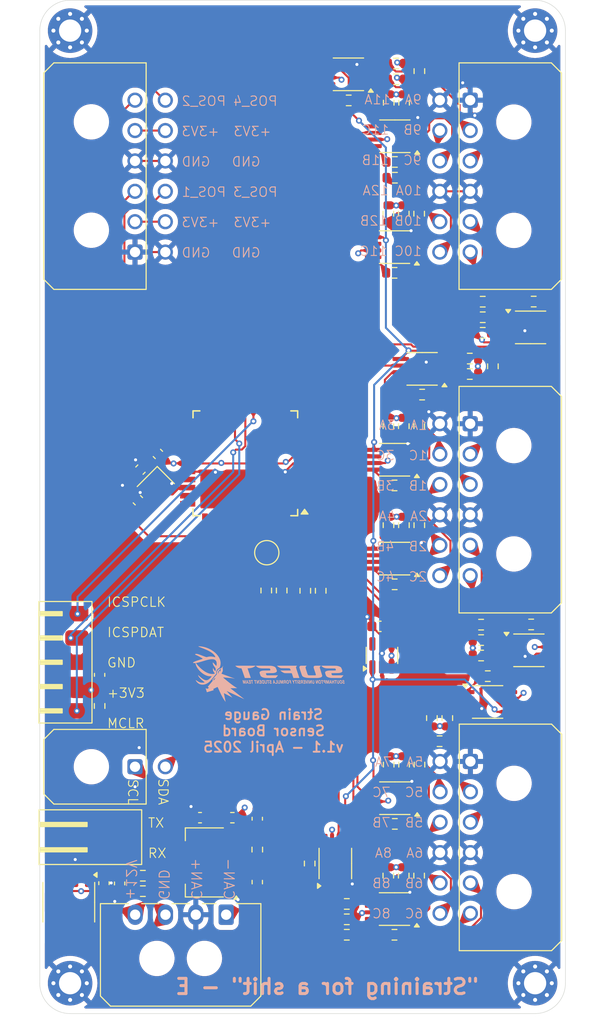
<source format=kicad_pcb>
(kicad_pcb (version 20240108) (generator "pcbnew") (generator_version "8.0")
  (layers (0 "F.Cu" signal) (1 "In1.Cu" signal) (2 "In2.Cu" signal) (31 "B.Cu" signal) (34 "B.Paste" user) (35 "F.Paste" user) (36 "B.SilkS" user "B.Silkscreen") (37 "F.SilkS" user "F.Silkscreen") (38 "B.Mask" user) (39 "F.Mask" user) (44 "Edge.Cuts" user))
  (net 0 "")
  (net 1 "+12V")
  (net 2 "GND")
  (net 3 "/Strain Gauge Amplifier 2/RG1")
  (net 4 "/Strain Gauge Amplifier 2/RG2")
  (net 5 "/Strain Gauge Amplifier 2/BRIDGE-")
  (net 6 "/Strain Gauge Amplifier 3/RG2")
  (net 7 "/Strain Gauge Amplifier 3/RG1")
  (net 8 "/Strain Gauge Amplifier 3/BRIDGE-")
  (net 9 "/Strain Gauge Amplifier 4/RG2")
  (net 10 "/Strain Gauge Amplifier 4/RG1")
  (net 11 "/Strain Gauge Amplifier 4/BRIDGE-")
  (net 12 "/Strain Gauge Amplifier 5/RG1")
  (net 13 "/Strain Gauge Amplifier 5/RG2")
  (net 14 "/Strain Gauge Amplifier 5/BRIDGE-")
  (net 18 "/SCL")
  (net 19 "/POS_1")
  (net 22 "/POS_2")
  (net 24 "/SDA")
  (net 25 "/POS_4")
  (net 26 "/POS_3")
  (net 31 "+3V3")
  (net 32 "/Decoupling")
  (net 33 "/Unfused 3V3")
  (net 34 "/CLK+")
  (net 35 "/CLK-")
  (net 36 "Net-(F1-Pad2)")
  (net 37 "Net-(J3-Pin_1)")
  (net 38 "/CAN-")
  (net 39 "/CAN+")
  (net 40 "/~{MCLR}")
  (net 41 "/ICSPCLK")
  (net 42 "/ICSPDAT")
  (net 43 "/CAN_RX")
  (net 44 "/CAN_TX")
  (net 45 "/Config value 0")
  (net 46 "/Config value 1")
  (net 47 "/Config value 2")
  (net 48 "/Config value 3")
  (net 49 "Net-(U1-RD2)")
  (net 52 "/STR_7")
  (net 53 "/STR_12")
  (net 54 "/STR_6")
  (net 55 "/STR_1")
  (net 56 "/STR_9")
  (net 57 "/STR_11")
  (net 58 "/STR_4")
  (net 59 "/STR_10")
  (net 60 "/STR_5")
  (net 61 "/STR_3")
  (net 62 "/STR_8")
  (net 63 "/STR_2")
  (net 64 "/STR_B5")
  (net 65 "/STR_B8")
  (net 66 "/STR_C5")
  (net 67 "/STR_C6")
  (net 68 "/STR_B6")
  (net 69 "/STR_C8")
  (net 70 "/STR_B7")
  (net 71 "/STR_C7")
  (net 72 "/STR_C11")
  (net 73 "/STR_C10")
  (net 74 "/STR_B10")
  (net 75 "/STR_B11")
  (net 76 "/STR_B12")
  (net 77 "/STR_C12")
  (net 78 "/STR_C9")
  (net 79 "/STR_B9")
  (net 80 "/STR_B3")
  (net 81 "/STR_C3")
  (net 82 "/STR_C4")
  (net 83 "/STR_B4")
  (net 84 "/STR_B2")
  (net 85 "/STR_C1")
  (net 86 "/STR_C2")
  (net 87 "/STR_B1")
  (net 88 "/Strain Gauge Amplifier 6/RG1")
  (net 89 "/Strain Gauge Amplifier 6/RG2")
  (net 90 "/Strain Gauge Amplifier 6/BRIDGE-")
  (net 91 "/Strain Gauge Amplifier 7/RG2")
  (net 92 "/Strain Gauge Amplifier 7/RG1")
  (net 93 "/Strain Gauge Amplifier 7/BRIDGE-")
  (net 94 "/Strain Gauge Amplifier 8/RG1")
  (net 95 "/Strain Gauge Amplifier 8/RG2")
  (net 96 "/Strain Gauge Amplifier 8/BRIDGE-")
  (net 97 "/Strain Gauge Amplifier 9/RG1")
  (net 98 "/Strain Gauge Amplifier 9/RG2")
  (net 99 "/Strain Gauge Amplifier 9/BRIDGE-")
  (net 100 "/Strain Gauge Amplifier 10/RG2")
  (net 101 "/Strain Gauge Amplifier 10/RG1")
  (net 102 "/Strain Gauge Amplifier 10/BRIDGE-")
  (net 103 "/Strain Gauge Amplifier 1/RG2")
  (net 104 "/Strain Gauge Amplifier 1/RG1")
  (net 105 "/Strain Gauge Amplifier 1/BRIDGE-")
  (net 106 "/Strain Gauge Amplifier 11/RG1")
  (net 107 "/Strain Gauge Amplifier 11/RG2")
  (net 108 "/Strain Gauge Amplifier 11/BRIDGE-")
  (net 109 "/Strain Gauge Amplifier 12/RG2")
  (net 110 "/Strain Gauge Amplifier 12/RG1")
  (net 111 "/Strain Gauge Amplifier 12/BRIDGE-")
  (net 112 "/VBIAS")
  (net 113 "/VREF")
  (footprint "Resistor_SMD:R_0603_1608Metric" (layer "F.Cu") (at 154.8298 97.536 180)
    (property "Reference" "R13" (hide yes))
    (property "Value" "500Ω")
  )
  (footprint "Resistor_SMD:R_0603_1608Metric" (layer "F.Cu") (at 154.1669 95.497817 180)
    (property "Reference" "R2" (hide yes))
    (property "Value" "120Ω")
  )
  (footprint "Resistor_SMD:R_0603_1608Metric" (layer "F.Cu") (at 141.07319 40.675362)
    (property "Reference" "R29" (hide yes))
    (property "Value" "500Ω")
  )
  (footprint "TestPoint:TestPoint_Pad_D2.0mm" (layer "F.Cu") (at 132.969 85.344)
    (property "Reference" "TP1" (hide yes))
    (property "Value" "TestPoint")
  )
  (footprint "Resistor_SMD:R_0603_1608Metric" (layer "F.Cu") (at 138.303 89.1032 -90)
    (property "Reference" "R41" (hide yes))
    (property "Value" "0")
  )
  (footprint "Resistor_SMD:R_0603_1608Metric" (layer "F.Cu") (at 136.779 89.1032 -90)
    (property "Reference" "R40" (hide yes))
    (property "Value" "0")
  )
  (footprint "Resistor_SMD:R_0603_1608Metric" (layer "F.Cu") (at 145.639315 46.754764)
    (property "Reference" "R49" (hide yes))
    (property "Value" "500Ω")
  )
  (footprint "Resistor_SMD:R_0603_1608Metric" (layer "F.Cu") (at 146.51739 51.863562 -90)
    (property "Reference" "R55" (hide yes))
    (property "Value" "120Ω")
  )
  (footprint "Connector_Molex:Molex_Micro-Fit_3.0_43045-0200_2x01_P3.00mm_Horizontal" (layer "F.Cu") (at 119.936199 106.482418 90)
    (property "Reference" "J7" (hide yes))
    (property "Value" "Conn_01x02_Pin")
  )
  (footprint "Package_SO:MSOP-8_3x3mm_P0.65mm" (layer "F.Cu") (at 139.7508 116.0394 90)
    (property "Reference" "U13" (hide yes))
    (property "Value" "AD623")
  )
  (footprint "Resistor_SMD:R_0603_1608Metric" (layer "F.Cu") (at 146.553715 40.900819 -90)
    (property "Reference" "R51" (hide yes))
    (property "Value" "120Ω")
  )
  (footprint "Resistor_SMD:R_0603_1608Metric" (layer "F.Cu") (at 137.211383 116.0394 -90)
    (property "Reference" "R17" (hide yes))
    (property "Value" "500Ω")
  )
  (footprint "Package_SO:MSOP-8_3x3mm_P0.65mm" (layer "F.Cu") (at 159.06239 63.09329)
    (property "Reference" "U17" (hide yes))
    (property "Value" "AD623")
  )
  (footprint "Capacitor_SMD:C_0603_1608Metric" (layer "F.Cu") (at 132.0292 111.6162 90)
    (property "Reference" "C5" (hide yes))
    (property "Value" "10u")
  )
  (footprint "Fuse:Fuse_0603_1608Metric_Pad1.05x0.95mm_HandSolder" (layer "F.Cu") (at 129.5654 111.5146)
    (property "Reference" "F3" (hide yes))
    (property "Value" "F0603E0R25FSTR\\INT")
  )
  (footprint "Resistor_SMD:R_0603_1608Metric" (layer "F.Cu") (at 154.32979 62.091562)
    (property "Reference" "R35" (hide yes))
    (property "Value" "120Ω")
  )
  (footprint "Resistor_SMD:R_0603_1608Metric" (layer "F.Cu") (at 145.6182 88.4682)
    (property "Reference" "R9" (hide yes))
    (property "Value" "500Ω")
  )
  (footprint "Resistor_SMD:R_0603_1608Metric" (layer "F.Cu") (at 145.0086 82.6262 90)
    (property "Reference" "R10" (hide yes))
    (property "Value" "120Ω")
  )
  (footprint "Resistor_SMD:R_0603_1608Metric" (layer "F.Cu") (at 155.3357 66.9346 -90)
    (property "Reference" "R48" (hide yes))
    (property "Value" "120Ω")
  )
  (footprint "Resistor_SMD:R_0603_1608Metric" (layer "F.Cu") (at 154.1669 92.449817)
    (property "Reference" "R4" (hide yes))
    (property "Value" "120Ω")
  )
  (footprint "Resistor_SMD:R_0603_1608Metric" (layer "F.Cu") (at 116.4336 100.4824 90)
    (property "Reference" "R45" (hide yes))
    (property "Value" "10k")
  )
  (footprint "Package_SO:MSOP-8_3x3mm_P0.65mm" (layer "F.Cu") (at 145.6182 85.9282 180)
    (property "Reference" "U11" (hide yes))
    (property "Value" "AD623")
  )
  (footprint "Resistor_SMD:R_0603_1608Metric" (layer "F.Cu") (at 132.0292 114.6642 90)
    (property "Reference" "R37" (hide yes))
    (property "Value" "12")
  )
  (footprint "Resistor_SMD:R_0603_1608Metric" (layer "F.Cu") (at 159.36939 60.542473 180)
    (property "Reference" "R33" (hide yes))
    (property "Value" "500Ω")
  )
  (footprint "Resistor_SMD:R_0603_1608Metric" (layer "F.Cu") (at 154.3304 60.5536)
    (property "Reference" "R36" (hide yes))
    (property "Value" "120Ω")
  )
  (footprint "Capacitor_SMD:C_0603_1608Metric" (layer "F.Cu") (at 126.365 111.5146 180)
    (property "Reference" "C7" (hide yes))
    (property "Value" "10u")
  )
  (footprint "Resistor_SMD:R_0603_1608Metric" (layer "F.Cu") (at 146.520325 72.847257 -90)
    (property "Reference" "R7" (hide yes))
    (property "Value" "120Ω")
  )
  (footprint "Connector_Molex:Molex_Micro-Fit_3.0_43045-1200_2x06_P3.00mm_Horizontal" (layer "F.Cu") (at 153.0878 72.6066 -90)
    (property "Reference" "J6" (hide yes))
    (property "Value" "Molex_Micro-Fit_3.0_43045-1200")
  )
  (footprint "Resistor_SMD:R_0603_1608Metric" (layer "F.Cu") (at 146.550025 106.273657 -90)
    (property "Reference" "R23" (hide yes))
    (property "Value" "120Ω")
  )
  (footprint "Resistor_SMD:R_0603_1608Metric" (layer "F.Cu") (at 145.635625 112.127602)
    (property "Reference" "R21" (hide yes))
    (property "Value" "500Ω")
  )
  (footprint "Package_SO:MSOP-8_3x3mm_P0.65mm" (layer "F.Cu") (at 141.0462 38.1 180)
    (property "Reference" "U16" (hide yes))
    (property "Value" "AD623")
  )
  (footprint "Package_QFP:TQFP-44_10x10mm_P0.8mm" (layer "F.Cu") (at 130.8484 76.5152 180)
    (property "Reference" "U1" (hide yes))
    (property "Value" "PIC18F47Q84-I/PT")
  )
  (footprint "Package_SO:MSOP-8_3x3mm_P0.65mm" (layer "F.Cu") (at 148.3339 67.1886 180)
    (property "Reference" "U7" (hide yes))
    (property "Value" "AD623")
  )
  (footprint "Fuse:Fuse_0603_1608Metric_Pad1.05x0.95mm_HandSolder" (layer "F.Cu") (at 132.0292 117.876 90)
    (property "Reference" "F1" (hide yes))
    (property "Value" "F0603E0R25FSTR\\INT")
  )
  (footprint "Package_SO:MSOP-8_3x3mm_P0.65mm" (layer "F.Cu") (at 145.635625 109.589235 180)
    (property "Reference" "U14" (hide yes))
    (property "Value" "AD623")
  )
  (footprint "Resistor_SMD:R_0603_1608Metric" (layer "F.Cu") (at 145.7706 38.596562 180)
    (property "Reference" "R31" (hide yes))
    (property "Value" "120Ω")
  )
  (footprint "Resistor_SMD:R_0603_1608Metric" (layer "F.Cu") (at 153.0497 66.1726)
    (property "Reference" "R46" (hide yes))
    (property "Value" "120Ω")
  )
  (footprint "MountingHole:MountingHole_2.2mm_M2_Pad_Via" (layer "F.Cu") (at 159.5092 127.8608)
    (property "Reference" "H4" (hide yes))
    (property "Value" "MountingHole_Pad")
  )
  (footprint "Resistor_SMD:R_0603_1608Metric" (layer "F.Cu") (at 148.074025 106.273657 -90)
    (property "Reference" "R24" (hide yes))
    (property "Value" "120Ω")
  )
  (footprint "Connector_Molex:Molex_Micro-Fit_3.0_43045-1200_2x06_P3.00mm_Horizontal" (layer "F.Cu") (at 153.08709 40.65429 -90)
    (property "Reference" "J2" (hide yes))
    (property "Value" "Molex_Micro-Fit_3.0_43045-1200")
  )
  (footprint "Resistor_SMD:R_0603_1608Metric" (layer "F.Cu") (at 150.8252 101.6762 -90)
    (property "Reference" "R14" (hide yes))
    (property "Value" "120Ω")
  )
  (footprint "Resistor_SMD:R_0603_1608Metric" (layer "F.Cu") (at 145.5993 123.0784)
    (property "Reference" "R25" (hide yes))
    (property "Value" "500Ω")
  )
  (footprint "Package_SO:MSOP-8_3x3mm_P0.65mm" (layer "F.Cu") (at 158.8956 94.984617)
    (property "Reference" "U9" (hide yes))
    (property "Value" "AD623")
  )
  (footprint "Resistor_SMD:R_0603_1608Metric" (layer "F.Cu") (at 145.029715 40.900819 90)
    (property "Reference" "R50" (hide yes))
    (property "Value" "120Ω")
  )
  (footprint "Package_SO:MSOP-8_3x3mm_P0.65mm" (layer "F.Cu") (at 145.5993 120.5384 180)
    (property "Reference" "U15" (hide yes))
    (property "Value" "AD623")
  )
  (footprint "Connector_Molex:Molex_Micro-Fit_3.0_43650-0400_1x04_P3.00mm_Horizontal" (layer "F.Cu") (at 128.95 121.0952 180)
    (property "Reference" "J3" (hide yes))
    (property "Value" "Conn_01x04_Pin")
  )
  (footprint "Resistor_SMD:R_0603_1608Metric" (layer "F.Cu") (at 140.884062 123.076668 180)
    (property "Reference" "R20" (hide yes))
    (property "Value" "120Ω")
  )
  (footprint "Resistor_SMD:R_0603_1608Metric" (layer "F.Cu") (at 146.5137 117.2364 -90)
    (property "Reference" "R27" (hide yes))
    (property "Value" "120Ω")
  )
  (footprint "MountingHole:MountingHole_2.2mm_M2_Pad_Via" (layer "F.Cu") (at 159.5092 33.7848)
    (property "Reference" "H2" (hide yes))
    (property "Value" "MountingHole_Pad")
  )
  (footprint "Resistor_SMD:R_0603_1608Metric" (layer "F.Cu") (at 145.6436 48.3108)
    (property "Reference" "R52" (hide yes))
    (property "Value" "120Ω")
  )
  (footprint "Resistor_SMD:R_0603_1608Metric" (layer "F.Cu") (at 148.04139 51.863562 -90)
    (property "Reference" "R56" (hide yes))
    (property "Value" "120Ω")
  )
  (footprint "Resistor_SMD:R_0603_1608Metric" (layer "F.Cu") (at 148.0566 82.6262 -90)
    (property "Reference" "R12" (hide yes))
    (property "Value" "120Ω")
  )
  (footprint "Resistor_SMD:R_0603_1608Metric" (layer "F.Cu") (at 140.884062 121.552668 180)
    (property "Reference" "R19" (hide yes))
    (property "Value" "120Ω")
  )
  (footprint "Resistor_SMD:R_0603_1608Metric" (layer "F.Cu") (at 144.996325 72.847257 90)
    (property "Reference" "R6" (hide yes))
    (property "Value" "120Ω")
  )
  (footprint "Resistor_SMD:R_0603_1608Metric" (layer "F.Cu") (at 148.062915 37.783187 -90)
    (property "Reference" "R32" (hide yes))
    (property "Value" "120Ω")
  )
  (footprint "Resistor_SMD:R_0603_1608Metric" (layer "F.Cu") (at 146.5326 82.6262 -90)
    (property "Reference" "R11" (hide yes))
    (property "Value" "120Ω")
  )
  (footprint "Capacitor_SMD:C_0603_1608Metric" (layer "F.Cu") (at 116.8654 117.983 -90)
    (property "Reference" "C4" (hide yes))
    (property "Value" "100n")
  )
  (footprint "Resistor_SMD:R_0603_1608Metric" (layer "F.Cu") (at 148.3339 69.7286)
    (property "Reference" "R42" (hide yes))
    (property "Value" "500Ω")
  )
  (footprint "Package_SO:MSOP-8_3x3mm_P0.65mm" (layer "F.Cu") (at 145.605925 76.162835 180)
    (property "Reference" "U10" (hide yes))
    (property "Value" "AD623")
  )
  (footprint "Package_SO:MSOP-8_3x3mm_P0.65mm" (layer "F.Cu") (at 154.813 100.0858)
    (property "Reference" "U12" (hide yes))
    (property "Value" "AD623")
  )
  (footprint "Resistor_SMD:R_0603_1608Metric" (layer "F.Cu") (at 154.1669 93.973817)
    (property "Reference" "R3" (hide yes))
    (property "Value" "120Ω")
  )
  (footprint "Resistor_SMD:R_0603_1608Metric" (layer "F.Cu") (at 159.1178 92.4306 180)
    (property "Reference" "R1" (hide yes))
    (property "Value" "500Ω")
  )
  (footprint "Capacitor_SMD:C_0603_1608Metric" (layer "F.Cu") (at 116.4336 97.409 90)
    (property "Reference" "C1" (hide yes))
    (property "Value" "10u")
  )
  (footprint "Crystal:Crystal_SMD_SeikoEpson_FA128-4Pin_2.0x1.6mm" (layer "F.Cu") (at 121.991361 78.668266 -135)
    (property "Reference" "Y1" (hide yes))
    (property "Value" "20MHz")
  )
  (footprint "Resistor_SMD:R_0603_1608Metric" (layer "F.Cu") (at 134.4422 89.0778 -90)
    (property "Reference" "R39" (hide yes))
    (property "Value" "0")
  )
  (footprint "Resistor_SMD:R_0603_1608Metric" (layer "F.Cu") (at 154.3304 63.627 180)
    (property "Reference" "R34" (hide yes))
    (property "Value" "120Ω")
  )
  (footprint "Resistor_SMD:R_0603_1608Metric" (layer "F.Cu") (at 149.3012 101.6762 90)
    (property "Reference" "R15" (hide yes))
    (property "Value" "120Ω")
  )
  (footprint "Resistor_SMD:R_0603_1608Metric" (layer "F.Cu") (at 153.0497 67.6966 180)
    (property "Reference" "R47" (hide yes))
    (property "Value" "120Ω")
  )
  (footprint "MountingHole:MountingHole_2.2mm_M2_Pad_Via" (layer "F.Cu") (at 113.5154 127.8608)
    (property "Reference" "H3" (hide yes))
    (property "Value" "MountingHole_Pad")
  )
  (footprint "Connector_Molex:Molex_Micro-Fit_3.0_43045-1200_2x06_P3.00mm_Horizontal" (layer "F.Cu") (at 119.9354 55.65429 90)
    (property "Reference" "J10" (hide yes))
    (property "Value" "Molex_Micro-Fit_3.0_43045-1200")
  )
  (footprint "Resistor_SMD:R_0603_1608Metric" (layer "F.Cu") (at 150.0632 103.9622 180)
    (property "Reference" "R16" (hide yes))
    (property "Value" "120Ω")
  )
  (footprint "Package_TO_SOT_SMD:SOT-23-5" (layer "F.Cu") (at 144.3634 95.4888 90)
    (property "Reference" "U8" (hide yes))
    (property "Value" "REF2033")
  )
  (footprint "Resistor_SMD:R_0603_1608Metric" (layer "F.Cu") (at 148.044325 72.847257 -90)
    (property "Reference" "R8" (hide yes))
    (property "Value" "120Ω")
  )
  (footprint "Resistor_SMD:R_0603_1608Metric" (layer "F.Cu") (at 145.60299 57.705562)
    (property "Reference" "R53" (hide yes))
    (property "Value" "500Ω")
  )
  (footprint "Resistor_SMD:R_0603_1608Metric" (layer "F.Cu") (at 145.605925 78.701202)
    (property "Reference" "R5" (hide yes))
    (property "Value" "500Ω")
  )
  (footprint "Resistor_SMD:R_0603_1608Metric" (layer "F.Cu") (at 145.7706 37.0332)
    (property "Reference" "R30" (hide yes))
    (property "Value" "120Ω")
  )
  (footprint "sufst-lib:Conn2_SMD" (layer "F.Cu") (at 117.9442 113.4364 90)
    (property "Reference" "J5" (hide yes))
    (property "Value" "Conn_01x02 Surface")
  )
  (footprint "Capacitor_SMD:C_0603_1608Metric" (layer "F.Cu") (at 120.2182 80.1624 135)
    (property "Reference" "C8" (hide yes))
    (property "Value" "10p")
  )
  (footprint "Package_SO:MSOP-8_3x3mm_P0.65mm" (layer "F.Cu") (at 145.639315 44.216397 180)
    (property "Reference" "U18" (hide yes))
    (property "Value" "AD623")
  )
  (footprint "Connector_Molex:Molex_Micro-Fit_3.0_43045-1200_2x06_P3.00mm_Horizontal" (layer "F.Cu") (at 153.1092 105.9612 -90)
    (property "Reference" "J1" (hide yes))
    (property "Value" "Molex_Micro-Fit_3.0_43045-1200")
  )
  (footprint "Resistor_SMD:R_0603_1608Metric" (layer "F.Cu") (at 148.0377 117.2364 -90)
    (property "Reference" "R28" (hide yes))
    (property "Value" "120Ω")
  )
  (footprint "Capacitor_SMD:C_0603_1608Metric" (layer "F.Cu") (at 118.4148 118.0084 -90)
    (property "Reference" "C6" (hide yes))
    (property "Value" "4n7")
  )
  (footprint "Resistor_SMD:R_0603_1608Metric" (layer "F.Cu") (at 140.8838 120.032394)
    (property "Reference" "R18" (hide yes))
    (property "Value" "120Ω")
  )
  (footprint "MountingHole:MountingHole_2.2mm_M2_Pad_Via" (layer "F.Cu") (at 113.5154 33.7848)
    (property "Reference" "H1" (hide yes))
    (property "Value" "MountingHole_Pad")
  )
  (footprint "Resistor_SMD:R_0603_1608Metric" (layer "F.Cu") (at 132.9182 89.0778 -90)
    (property "Reference" "R38" (hide yes))
    (property "Value" "0")
  )
  (footprint "Capacitor_SMD:C_0603_1608Metric" (layer "F.Cu") (at 120.4722 77.1398 -135)
    (property "Reference" "C9" (hide yes))
    (property "Value" "10p")
  )
  (footprint "Package_SO:MSOP-8_3x3mm_P0.65mm" (layer "F.Cu") (at 145.60299 55.165562 180)
    (property "Reference" "U19" (hide yes))
    (property "Value" "AD623")
  )
  (footprint "Package_TO_SOT_SMD:SOT-223-3_TabPin2" (layer "F.Cu") (at 126.8222 115.9342 180)
    (property "Reference" "U2" (hide yes))
    (property "Value" "AZ1117CH-3.3TRG1")
  )
  (footprint "sufst-lib:Conn5_SMD" (layer "F.Cu") (at 114.1804 96.165 90)
    (property "Reference" "J4" (hide yes))
    (property "Value" "Conn_01x05_Pin")
  )
  (footprint "Capacitor_SMD:C_0603_1608Metric" (layer "F.Cu") (at 122.1994 75.5904 135)
    (property "Reference" "C2" (hide yes))
    (property "Value" "100n")
  )
  (footprint "Resistor_SMD:R_0603_1608Metric" (layer "F.Cu") (at 144.9897 117.2364 90)
    (property "Reference" "R26" (hide yes))
    (property "Value" "120Ω")
  )
  (footprint "Resistor_SMD:R_0603_1608Metric" (layer "F.Cu") (at 145.026025 106.273657 90)
    (property "Reference" "R22" (hide yes))
    (property "Value" "120Ω")
  )
  (footprint "Resistor_SMD:R_0603_1608Metric" (layer "F.Cu") (at 120.713 117.2464 180)
    (property "Reference" "R44" (hide yes))
    (property "Value" "60R")
  )
  (footprint "Package_SO:SOIC-8_3.9x4.9mm_P1.27mm" (layer "F.Cu") (at 113.3856 119.8626 -90)
    (property "Reference" "U6" (hide yes))
    (property "Value" "TCAN332DR")
  )
  (footprint "Capacitor_SMD:C_0603_1608Metric" (layer "F.Cu") (at 144.1348 92.6186 180)
    (property "Reference" "C3" (hide yes))
    (property "Value" "100n")
  )
  (footprint "Resistor_SMD:R_0603_1608Metric" (layer "F.Cu") (at 120.713 118.7704)
    (property "Reference" "R43" (hide yes))
    (property "Value" "60R")
  )
  (footprint "Resistor_SMD:R_0603_1608Metric" (layer "F.Cu") (at 144.99339 51.863562 90)
    (property "Reference" "R54" (hide yes))
    (property "Value" "120Ω")
  )
  (footprint "LOGO" (layer "B.Cu") (at 133.1722 97.3328 180)
    (property "Reference" "G***" (hide yes))
    (property "Value" "LOGO" (hide yes))
  )
  (gr_arc (start 162.5092 127.8608) (mid 161.63052 129.98212) (end 159.5092 130.8608) (stroke (width 0.05)) (layer "Edge.Cuts"))
  (gr_line (start 159.5092 130.8608) (end 113.5154 130.8608) (stroke (width 0.05)) (layer "Edge.Cuts"))
  (gr_line (start 110.5154 127.8608) (end 110.5154 33.7848) (stroke (width 0.05)) (layer "Edge.Cuts"))
  (gr_arc (start 110.5154 33.7848) (mid 111.39408 31.66348) (end 113.5154 30.7848) (stroke (width 0.05)) (layer "Edge.Cuts"))
  (gr_line (start 162.5092 33.7848) (end 162.5092 127.8608) (stroke (width 0.05)) (layer "Edge.Cuts"))
  (gr_line (start 113.5154 30.7848) (end 159.5092 30.7848) (stroke (width 0.05)) (layer "Edge.Cuts"))
  (gr_arc (start 159.5092 30.7848) (mid 161.63052 31.66348) (end 162.5092 33.7848) (stroke (width 0.05)) (layer "Edge.Cuts"))
  (gr_arc (start 113.5154 130.8608) (mid 111.39408 129.98212) (end 110.5154 127.8608) (stroke (width 0.05)) (layer "Edge.Cuts"))
  (gr_text "{dblquote}Straining for a shit{dblquote} - E" (at 154.1018 129.0828 0) (layer "B.SilkS") (effects (font (size 1.5 1.5) (thickness 0.3) (bold yes)) (justify left bottom mirror)))
  (gr_text "9A  11A\n\n9B  11C\n\n9C  11B\n\n10A 12A\n\n10B 12B\n\n10C 11C" (at 148.3614 56.1086 0) (layer "B.SilkS") (effects (font (size 0.93 0.93) (thickness 0.1)) (justify left bottom mirror)))
  (gr_text "5A  7A\n\n5C  7C\n\n5B  7B\n\n6A  8A\n\n6B  8B\n\n6C  8C" (at 148.514247 121.530509 0) (layer "B.SilkS") (effects (font (size 0.93 0.93) (thickness 0.1)) (justify left bottom mirror)))
  (gr_text "POS_4 POS_2\n\n +3V3  +3V3\n\n  GND   GND\n\nPOS_3 POS_1\n\n +3V3  +3V3\n\n  GND   GND" (at 124.4854 56.261 0) (layer "B.SilkS") (effects (font (size 0.93 0.93) (thickness 0.1)) (justify right bottom mirror)))
  (gr_text "Strain Gauge\nSensor Board\nv1.1 - April 2025" (at 133.6294 105.1306 0) (layer "B.SilkS") (effects (font (size 1 1) (thickness 0.1875) (bold yes)) (justify bottom mirror)))
  (gr_text "1A  3A\n\n1C  3C\n\n1B  3B\n\n2A  4A\n\n2B  4B\n\n2C  4C" (at 148.8948 88.265 0) (layer "B.SilkS") (effects (font (size 0.93 0.93) (thickness 0.1)) (justify left bottom mirror)))
  (gr_text "CAN-\n\nCAN+\n\nGND\n\n+12V" (at 118.9736 119.7102 270) (layer "B.SilkS") (effects (font (size 1 1) (thickness 0.1)) (justify left bottom mirror)))
  (gr_text "TX\n\nRX" (at 121.158 115.57 0) (layer "F.SilkS") (effects (font (size 0.93 0.93) (thickness 0.1)) (justify left bottom)))
  (gr_text "SDA\n\nSCL\n" (at 119.1768 110.3376 270) (layer "F.SilkS") (effects (font (size 0.93 0.93) (thickness 0.1)) (justify right bottom)))
  (gr_text "ICSPCLK\n\nICSPDAT\n\nGND\n\n+3V3\n\nMCLR" (at 117.1194 102.743 0) (layer "F.SilkS") (effects (font (size 0.93 0.93) (thickness 0.1)) (justify left bottom)))
  (segment (start 129.9722 113.6342) (end 131.8242 113.6342) (width 0.2) (layer "F.Cu") (net 1))
  (segment (start 132.0292 113.8392) (end 132.0292 112.3912) (width 0.2) (layer "F.Cu") (net 1))
  (segment (start 131.8242 113.6342) (end 132.0292 113.8392) (width 0.2) (layer "F.Cu") (net 1))
  (segment (start 119.957416 76.1746) (end 119.924192 76.207824) (width 0.2) (layer "F.Cu") (net 2))
  (segment (start 122.827628 78.645172) (end 122.9106 78.5622) (width 0.2) (layer "F.Cu") (net 2))
  (segment (start 147.748125 108.352725) (end 147.32 107.9246) (width 0.2) (layer "F.Cu") (net 2))
  (segment (start 129.9722 118.2342) (end 129.9722 119.4566) (width 0.2) (layer "F.Cu") (net 2))
  (segment (start 127.889 77.3938) (end 125.1484 77.3152) (width 0.2) (layer "F.Cu") (net 2))
  (segment (start 134.7978 77.3684) (end 127.889 77.3938) (width 0.2) (layer "F.Cu") (net 2))
  (segment (start 150.4464 66.2136) (end 149.0514 66.2136) (width 0.2) (layer "F.Cu") (net 2))
  (segment (start 119.9896 76.1746) (end 119.957416 76.1746) (width 0.2) (layer "F.Cu") (net 2))
  (segment (start 122.9106 78.5622) (end 123.5202 78.5622) (width 0.2) (layer "F.Cu") (net 2))
  (segment (start 144.3634 93.6222) (end 143.3598 92.6186) (width 0.2) (layer "F.Cu") (net 2))
  (segment (start 121.089624 75.042392) (end 119.9896 76.142416) (width 0.2) (layer "F.Cu") (net 2))
  (segment (start 156.7831 95.959617) (end 157.8453 95.959617) (width 0.2) (layer "F.Cu") (net 2))
  (segment (start 116.8654 117.234) (end 117.5766 117.9452) (width 0.2) (layer "F.Cu") (net 2))
  (segment (start 156.94989 64.06829) (end 157.85151 64.06829) (width 0.2) (layer "F.Cu") (net 2))
  (segment (start 117.5766 117.9576) (end 117.589 117.9576) (width 0.2) (layer "F.Cu") (net 2))
  (segment (start 119.924192 77.687808) (end 119.985598 77.687808) (width 0.2) (layer "F.Cu") (net 2))
  (segment (start 123.5202 78.5622) (end 123.571 78.5114) (width 0.2) (layer "F.Cu") (net 2))
  (segment (start 118.4148 118.7834) (end 118.4148 119.3038) (width 0.2) (layer "F.Cu") (net 2))
  (segment (start 117.5766 117.9452) (end 117.5766 117.9576) (width 0.2) (layer "F.Cu") (net 2))
  (segment (start 120.446054 79.4004) (end 120.4468 79.4004) (width 0.2) (layer "F.Cu") (net 2))
  (segment (start 119.985598 77.687808) (end 121.072122 78.774332) (width 0.2) (layer "F.Cu") (net 2))
  (segment (start 119.9354 55.65429) (end 122.9354 55.65429) (width 0.2) (layer "F.Cu") (net 2))
  (segment (start 125.59 111.5146) (end 125.59 110.5278) (width 0.2) (layer "F.Cu") (net 2))
  (segment (start 120.232062 79.614392) (end 120.446054 79.4004) (width 0.2) (layer "F.Cu") (net 2))
  (segment (start 153.08709 39.67609) (end 152.3492 38.9382) (width 0.2) (layer "F.Cu") (net 2))
  (segment (start 144.3634 96.6263) (end 144.3634 95.2856) (width 0.2) (layer "F.Cu") (net 2))
  (segment (start 119.670192 79.614392) (end 120.232062 79.614392) (width 0.2) (layer "F.Cu") (net 2))
  (segment (start 135.5984 76.5152) (end 134.7984 77.3152) (width 0.2) (layer "F.Cu") (net 2))
  (segment (start 136.5484 76.5152) (end 135.5984 76.5152) (width 0.2) (layer "F.Cu") (net 2))
  (segment (start 157.85151 64.06829) (end 158.496 63.4238) (width 0.2) (layer "F.Cu") (net 2))
  (segment (start 118.4148 119.3038) (end 117.9322 119.7864) (width 0.2) (layer "F.Cu") (net 2))
  (segment (start 122.9354 46.65429) (end 119.9354 46.65429) (width 0.2) (layer "F.Cu") (net 2))
  (segment (start 144.3634 95.2856) (end 144.3634 93.6222) (width 0.2) (layer "F.Cu") (net 2))
  (segment (start 121.201282 78.645172) (end 122.827628 78.645172) (width 0.2) (layer "F.Cu") (net 2))
  (segment (start 134.7984 77.3152) (end 134.7978 77.3684) (width 0.2) (layer "F.Cu") (net 2))
  (segment (start 125.59 110.5278) (end 125.476 110.4138) (width 0.2) (layer "F.Cu") (net 2))
  (segment (start 121.651392 75.042392) (end 121.089624 75.042392) (width 0.2) (layer "F.Cu") (net 2))
  (segment (start 147.7307 84.9532) (end 147.7307 84.8825) (width 0.2) (layer "F.Cu") (net 2))
  (segment (start 143.3598 92.6186) (end 143.3598 92.1438) (width 0.2) (layer "F.Cu") (net 2))
  (segment (start 117.589 117.9576) (end 118.4148 118.7834) (width 0.2) (layer "F.Cu") (net 2))
  (segment (start 147.751815 42.519585) (end 147.9042 42.3672) (width 0.2) (layer "F.Cu") (net 2))
  (segment (start 119.670192 79.614392) (end 119.619392 79.614392) (width 0.2) (layer "F.Cu") (net 2))
  (segment (start 147.751815 43.241397) (end 147.751815 42.519585) (width 0.2) (layer "F.Cu") (net 2))
  (segment (start 147.7118 119.5634) (end 147.7118 119.470262) (width 0.2) (layer "F.Cu") (net 2))
  (segment (start 147.71549 54.01489) (end 147.2438 53.5432) (width 0.2) (layer "F.Cu") (net 2))
  (segment (start 153.9044 101.0608) (end 154.2288 100.7364) (width 0.2) (layer "F.Cu") (net 2))
  (segment (start 121.072122 78.774332) (end 121.201282 78.645172) (width 0.2) (layer "F.Cu") (net 2))
  (segment (start 147.527035 75.187835) (end 146.9136 74.5744) (width 0.2) (layer "F.Cu") (net 2))
  (segment (start 141.8844 37.125) (end 143.1587 37.125) (width 0.2) (layer "F.Cu") (net 2))
  (segment (start 153.08709 41.70809) (end 153.543 42.164) (width 0.2) (layer "F.Cu") (net 2))
  (segment (start 119.619392 79.614392) (end 118.6942 78.6892) (width 0.2) (layer "F.Cu") (net 2))
  (segment (start 140.7258 118.1519) (end 141.3345 118.1519) (width 0.2) (layer "F.Cu") (net 2))
  (segment (start 141.3345 118.1519) (end 141.4272 118.0592) (width 0.2) (layer "F.Cu") (net 2))
  (segment (start 147.7307 84.8825) (end 148.2598 84.3534) (width 0.2) (layer "F.Cu") (net 2))
  (segment (start 143.3598 92.1438) (end 142.8846 91.6686) (width 0.2) (layer "F.Cu") (net 2))
  (segment (start 147.748125 108.614235) (end 147.748125 108.352725) (width 0.2) (layer "F.Cu") (net 2))
  (segment (start 129.9722 119.4566) (end 130.1242 119.6086) (width 0.2) (layer "F.Cu") (net 2))
  (segment (start 153.08709 40.65429) (end 153.08709 41.70809) (width 0.2) (layer "F.Cu") (net 2))
  (segment (start 116.8654 117.208) (end 116.8654 117.234) (width 0.2) (layer "F.Cu") (net 2))
  (segment (start 120.4468 79.4004) (end 120.4468 79.399654) (width 0.2) (layer "F.Cu") (net 2))
  (segment (start 147.7118 119.470262) (end 147.121539 118.880001) (width 0.2) (layer "F.Cu") (net 2))
  (segment (start 147.71549 54.190562) (end 147.71549 54.01489) (width 0.2) (layer "F.Cu") (net 2))
  (segment (start 119.9896 76.142416) (end 119.9896 76.1746) (width 0.2) (layer "F.Cu") (net 2))
  (segment (start 120.4468 79.399654) (end 121.072122 78.774332) (width 0.2) (layer "F.Cu") (net 2))
  (segment (start 152.7005 101.0608) (end 153.9044 101.0608) (width 0.2) (layer "F.Cu") (net 2))
  (segment (start 147.718425 75.187835) (end 147.527035 75.187835) (width 0.2) (layer "F.Cu") (net 2))
  (segment (start 149.0514 66.2136) (end 148.7424 66.5226) (width 0.2) (layer "F.Cu") (net 2))
  (segment (start 153.08709 40.65429) (end 153.08709 39.67609) (width 0.2) (layer "F.Cu") (net 2))
  (segment (start 114.0206 117.3876) (end 114.0206 115.6462) (width 0.2) (layer "F.Cu") (net 2))
  (segment (start 157.8453 95.959617) (end 158.2817 95.523217) (width 0.2) (layer "F.Cu") (net 2))
  (segment (start 150.08709 49.65429) (end 153.08709 49.65429) (width 0.2) (layer "F.Cu") (net 2))
  (segment (start 119.924192 76.207824) (end 119.924192 77.687808) (width 0.2) (layer "F.Cu") (net 2))
  (via (at 147.9042 42.3672) (size 0.6) (drill 0.3) (layers "F.Cu" "B.Cu") (net 2))
  (via (at 147.2438 53.5432) (size 0.6) (drill 0.3) (layers "F.Cu" "B.Cu") (net 2))
  (via (at 147.121539 118.880001) (size 0.6) (drill 0.3) (layers "F.Cu" "B.Cu") (net 2))
  (via (at 114.0206 115.6462) (size 0.6) (drill 0.3) (layers "F.Cu" "B.Cu") (net 2))
  (via (at 148.9964 71.4248) (size 0.6) (drill 0.3) (layers "F.Cu" "B.Cu") (net 2))
  (via (at 120.4468 79.4004) (size 0.6) (drill 0.3) (layers "F.Cu" "B.Cu") (net 2))
  (via (at 142.8846 91.6686) (size 0.6) (drill 0.3) (layers "F.Cu" "B.Cu") (net 2))
  (via (at 117.9322 119.7864) (size 0.6) (drill 0.3) (layers "F.Cu" "B.Cu") (net 2))
  (via (at 123.571 78.5114) (size 0.6) (drill 0.3) (layers "F.Cu" "B.Cu") (net 2))
  (via (at 130.1242 119.6086) (size 0.6) (drill 0.3) (layers "F.Cu" "B.Cu") (net 2))
  (via (at 148.7424 66.5226) (size 0.6) (drill 0.3) (layers "F.Cu" "B.Cu") (net 2))
  (via (at 148.2598 84.3534) (size 0.6) (drill 0.3) (layers "F.Cu" "B.Cu") (net 2))
  (via (at 117.5766 117.9576) (size 0.6) (drill 0.3) (layers "F.Cu" "B.Cu") (net 2))
  (via (at 158.496 63.4238) (size 0.6) (drill 0.3) (layers "F.Cu" "B.Cu") (net 2))
  (via (at 141.4272 118.0592) (size 0.6) (drill 0.3) (layers "F.Cu" "B.Cu") (net 2))
  (via (at 152.3492 38.9382) (size 0.6) (drill 0.3) (layers "F.Cu" "B.Cu") (net 2))
  (via (at 118.6942 78.6892) (size 0.6) (drill 0.3) (layers "F.Cu" "B.Cu") (net 2))
  (via (at 147.32 107.9246) (size 0.6) (drill 0.3) (layers "F.Cu" "B.Cu") (net 2))
  (via (at 119.9388 108.458) (size 0.6) (drill 0.3) (layers "F.Cu" "B.Cu") (net 2))
  (via (at 158.5214 95.5802) (size 0.6) (drill 0.3) (layers "F.Cu" "B.Cu") (net 2))
  (via (at 153.543 42.164) (size 0.6) (drill 0.3) (layers "F.Cu" "B.Cu") (net 2))
  (via (at 154.2288 100.7364) (size 0.6) (drill 0.3) (layers "F.Cu" "B.Cu") (net 2))
  (via (at 134.7978 77.3684) (size 0.6) (drill 0.3) (layers "F.Cu" "B.Cu") (net 2))
  (via (at 127.889 77.3938) (size 0.6) (drill 0.3) (layers "F.Cu" "B.Cu") (net 2))
  (via (at 141.8844 37.125) (size 0.6) (drill 0.3) (layers "F.Cu" "B.Cu") (net 2))
  (via (at 144.3634 95.2856) (size 0.6) (drill 0.3) (layers "F.Cu" "B.Cu") (net 2))
  (via (at 120.3452 104.5972) (size 0.6) (drill 0.3) (layers "F.Cu" "B.Cu") (net 2))
  (via (at 125.476 110.4138) (size 0.6) (drill 0.3) (layers "F.Cu" "B.Cu") (net 2))
  (via (at 119.9896 76.1746) (size 0.6) (drill 0.3) (layers "F.Cu" "B.Cu") (net 2))
  (via (at 146.9136 74.5744) (size 0.6) (drill 0.3) (layers "F.Cu" "B.Cu") (net 2))
  (segment (start 150.0878 72.6066) (end 150.0878 72.5162) (width 0.2) (layer "B.Cu") (net 2))
  (segment (start 150.0878 72.5162) (end 148.9964 71.4248) (width 0.2) (layer "B.Cu") (net 2))
  (segment (start 158.2928 92.499917) (end 156.7831 94.009617) (width 0.2) (layer "F.Cu") (net 3))
  (segment (start 158.2928 92.4306) (end 158.2928 92.499917) (width 0.2) (layer "F.Cu") (net 3))
  (segment (start 159.9428 92.4306) (end 159.9428 92.944317) (width 0.2) (layer "F.Cu") (net 4))
  (segment (start 159.9428 92.944317) (end 161.0081 94.009617) (width 0.2) (layer "F.Cu") (net 4))
  (segment (start 154.9919 93.973817) (end 155.6777 94.659617) (width 0.2) (layer "F.Cu") (net 5))
  (segment (start 154.9919 92.449817) (end 154.9919 93.973817) (width 0.2) (layer "F.Cu") (net 5))
  (segment (start 155.6777 94.659617) (end 156.7831 94.659617) (width 0.2) (layer "F.Cu") (net 5))
  (segment (start 144.780925 78.425335) (end 143.493425 77.137835) (width 0.2) (layer "F.Cu") (net 6))
  (segment (start 144.780925 78.701202) (end 144.780925 78.425335) (width 0.2) (layer "F.Cu") (net 6))
  (segment (start 146.430925 78.701202) (end 146.430925 78.425335) (width 0.2) (layer "F.Cu") (net 7))
  (segment (start 146.430925 78.425335) (end 147.718425 77.137835) (width 0.2) (layer "F.Cu") (net 7))
  (segment (start 149.0378 75.171675) (end 149.0472 75.162275) (width 0.2) (layer "F.Cu") (net 8))
  (segment (start 148.044325 73.672257) (end 146.520325 73.672257) (width 0.2) (layer "F.Cu") (net 8))
  (segment (start 147.718425 76.487835) (end 148.530924 76.487835) (width 0.2) (layer "F.Cu") (net 8))
  (segment (start 149.0378 75.980959) (end 149.0378 75.171675) (width 0.2) (layer "F.Cu") (net 8))
  (segment (start 149.0472 74.675132) (end 148.044325 73.672257) (width 0.2) (layer "F.Cu") (net 8))
  (segment (start 149.0472 75.162275) (end 149.0472 74.675132) (width 0.2) (layer "F.Cu") (net 8))
  (segment (start 148.530924 76.487835) (end 149.0378 75.980959) (width 0.2) (layer "F.Cu") (net 8))
  (segment (start 144.7932 88.4682) (end 144.7932 88.1907) (width 0.2) (layer "F.Cu") (net 9))
  (segment (start 144.7932 88.1907) (end 143.5057 86.9032) (width 0.2) (layer "F.Cu") (net 9))
  (segment (start 146.4432 88.1907) (end 146.4432 88.4682) (width 0.2) (layer "F.Cu") (net 10))
  (segment (start 147.7307 86.9032) (end 146.4432 88.1907) (width 0.2) (layer "F.Cu") (net 10))
  (segment (start 146.5326 85.867599) (end 146.5326 83.4512) (width 0.2) (layer "F.Cu") (net 11))
  (segment (start 146.5326 83.4512) (end 148.0566 83.4512) (width 0.2) (layer "F.Cu") (net 11))
  (segment (start 146.918201 86.2532) (end 146.5326 85.867599) (width 0.2) (layer "F.Cu") (net 11))
  (segment (start 147.7307 86.2532) (end 146.918201 86.2532) (width 0.2) (layer "F.Cu") (net 11))
  (segment (start 154.0048 97.536) (end 154.0048 97.8065) (width 0.2) (layer "F.Cu") (net 12))
  (segment (start 154.0048 97.8065) (end 152.7005 99.1108) (width 0.2) (layer "F.Cu") (net 12))
  (segment (start 155.6548 97.536) (end 155.6548 97.8401) (width 0.2) (layer "F.Cu") (net 13))
  (segment (start 155.6548 97.8401) (end 156.9255 99.1108) (width 0.2) (layer "F.Cu") (net 13))
  (segment (start 149.2382 103.9622) (end 148.5262 103.2502) (width 0.2) (layer "F.Cu") (net 14))
  (segment (start 152.7005 99.7608) (end 150.3916 99.7608) (width 0.2) (layer "F.Cu") (net 14))
  (segment (start 148.5262 103.2502) (end 148.5262 101.6262) (width 0.2) (layer "F.Cu") (net 14))
  (segment (start 150.3916 99.7608) (end 149.3012 100.8512) (width 0.2) (layer "F.Cu") (net 14))
  (segment (start 148.5262 101.6262) (end 149.3012 100.8512) (width 0.2) (layer "F.Cu") (net 14))
  (segment (start 136.5484 82.5266) (end 136.5484 80.5152) (width 0.2) (layer "F.Cu") (net 18))
  (segment (start 119.936199 106.482418) (end 121.403781 107.95) (width 0.2) (layer "F.Cu") (net 18))
  (segment (start 121.403781 107.95) (end 123.571 107.95) (width 0.2) (layer "F.Cu") (net 18))
  (segment (start 135.8646 83.2104) (end 136.5484 82.5266) (width 0.2) (layer "F.Cu") (net 18))
  (segment (start 135.8646 95.6564) (end 135.8646 83.2104) (width 0.2) (layer "F.Cu") (net 18))
  (segment (start 123.571 107.95) (end 135.8646 95.6564) (width 0.2) (layer "F.Cu") (net 18))
  (segment (start 124.198086 74.9152) (end 118.4854 69.202514) (width 0.2) (layer "F.Cu") (net 19))
  (segment (start 118.4854 69.202514) (end 118.4854 50.98429) (width 0.2) (layer "F.Cu") (net 19))
  (segment (start 125.1484 74.9152) (end 124.198086 74.9152) (width 0.2) (layer "F.Cu") (net 19))
  (segment (start 118.4854 50.98429) (end 119.8154 49.65429) (width 0.2) (layer "F.Cu") (net 19))
  (segment (start 118.0854 42.38429) (end 119.8154 40.65429) (width 0.2) (layer "F.Cu") (net 22))
  (segment (start 118.0854 69.3682) (end 118.0854 42.38429) (width 0.2) (layer "F.Cu") (net 22))
  (segment (start 125.1484 75.7152) (end 124.4324 75.7152) (width 0.2) (layer "F.Cu") (net 22))
  (segment (start 124.4324 75.7152) (end 118.0854 69.3682) (width 0.2) (layer "F.Cu") (net 22))
  (segment (start 135.4328 82.7996) (end 135.4328 93.985817) (width 0.2) (layer "F.Cu") (net 24))
  (segment (start 134.8484 82.2152) (end 135.4328 82.7996) (width 0.2) (layer "F.Cu") (net 24))
  (segment (start 135.4328 93.985817) (end 122.936199 106.482418) (width 0.2) (layer "F.Cu") (net 24))
  (segment (start 117.6274 80.0608) (end 117.6274 41.0464) (width 0.2) (layer "F.Cu") (net 25))
  (segment (start 121.285 83.7184) (end 117.6274 80.0608) (width 0.2) (layer "F.Cu") (net 25))
  (segment (start 122.8154 40.621) (end 122.8154 40.65429) (width 0.2) (layer "F.Cu") (net 25))
  (segment (start 127.6484 82.2152) (end 127.6484 82.9346) (width 0.2) (layer "F.Cu") (net 25))
  (segment (start 117.6274 41.0464) (end 119.3546 39.3192) (width 0.2) (layer "F.Cu") (net 25))
  (segment (start 127.6484 82.9346) (end 126.8646 83.7184) (width 0.2) (layer "F.Cu") (net 25))
  (segment (start 119.3546 39.3192) (end 121.5136 39.3192) (width 0.2) (layer "F.Cu") (net 25))
  (segment (start 127.6484 82.943) (end 127.6484 82.2152) (width 0.2) (layer "F.Cu") (net 25))
  (segment (start 121.5136 39.3192) (end 122.8154 40.621) (width 0.2) (layer "F.Cu") (net 25))
  (segment (start 126.8646 83.7184) (end 121.285 83.7184) (width 0.2) (layer "F.Cu") (net 25))
  (segment (start 122.8154 49.65429) (end 121.16169 51.308) (width 0.2) (layer "F.Cu") (net 26))
  (segment (start 118.8854 51.8788) (end 118.8854 68.9998) (width 0.2) (layer "F.Cu") (net 26))
  (segment (start 119.4562 51.308) (end 118.8854 51.8788) (width 0.2) (layer "F.Cu") (net 26))
  (segment (start 121.16169 51.308) (end 119.4562 51.308) (width 0.2) (layer "F.Cu") (net 26))
  (segment (start 124.0008 74.1152) (end 125.1484 74.1152) (width 0.2) (layer "F.Cu") (net 26))
  (segment (start 118.8854 68.9998) (end 124.0008 74.1152) (width 0.2) (layer "F.Cu") (net 26))
  (segment (start 144.996325 72.022257) (end 145.758457 72.022257) (width 0.2) (layer "F.Cu") (net 31))
  (segment (start 114.6172 118.758) (end 116.8654 118.758) (width 0.2) (layer "F.Cu") (net 31))
  (segment (start 145.775981 40.075819) (end 146.553715 40.075819) (width 0.2) (layer "F.Cu") (net 31))
  (segment (start 139.4258 112.6998) (end 139.4258 113.9269) (width 0.2) (layer "F.Cu") (net 31))
  (segment (start 153.551017 94.749017) (end 153.5816 94.7796) (width 0.2) (layer "F.Cu") (net 31))
  (segment (start 145.3134 95.504) (end 145.3032 95.5142) (width 0.2) (layer "F.Cu") (net 31))
  (segment (start 146.5956 38.596562) (end 146.010746 38.596562) (width 0.2) (layer "F.Cu") (net 31))
  (segment (start 161.0081 94.659617) (end 159.4755 94.659617) (width 0.2) (layer "F.Cu") (net 31))
  (segment (start 143.526815 44.541397) (end 144.841003 44.541397) (width 0.2) (layer "F.Cu") (net 31))
  (segment (start 119.9354 52.65429) (end 122.9354 52.65429) (width 0.2) (layer "F.Cu") (net 31))
  (segment (start 123.7488 76.5302) (end 123.7338 76.5152) (width 0.2) (layer "F.Cu") (net 31))
  (segment (start 143.523125 109.914235) (end 144.898565 109.914235) (width 0.2) (layer "F.Cu") (net 31))
  (segment (start 146.5956 37.0332) (end 145.9738 37.0332) (width 0.2) (layer "F.Cu") (net 31))
  (segment (start 134.8486 76.59) (end 134.8486 76.3778) (width 0.2) (layer "F.Cu") (net 31))
  (segment (start 140.152 38.425) (end 140.3604 38.6334) (width 0.2) (layer "F.Cu") (net 31))
  (segment (start 154.1912 64.3128) (end 154.2542 64.3128) (width 0.2) (layer "F.Cu") (net 31))
  (segment (start 138.9337 38.425) (end 140.152 38.425) (width 0.2) (layer "F.Cu") (net 31))
  (segment (start 145.765219 40.075819) (end 145.7706 40.0812) (width 0.2) (layer "F.Cu") (net 31))
  (segment (start 145.7706 116.4082) (end 145.7674 116.4114) (width 0.2) (layer "F.Cu") (net 31))
  (segment (start 145.029715 40.075819) (end 145.765219 40.075819) (width 0.2) (layer "F.Cu") (net 31))
  (segment (start 154.2542 64.3758) (end 154.44669 64.56829) (width 0.2) (layer "F.Cu") (net 31))
  (segment (start 144.653 71.678932) (end 144.996325 72.022257) (width 0.2) (layer "F.Cu") (net 31))
  (segment (start 144.898565 109.914235) (end 144.9832 109.8296) (width 0.2) (layer "F.Cu") (net 31))
  (segment (start 154.2542 64.3128) (end 154.2542 64.3758) (width 0.2) (layer "F.Cu") (net 31))
  (segment (start 128.524 76.5302) (end 134.9084 76.5302) (width 0.2) (layer "F.Cu") (net 31))
  (segment (start 145.7738 116.4114) (end 145.7706 116.4082) (width 0.2) (layer "F.Cu") (net 31))
  (segment (start 145.7706 40.0812) (end 145.775981 40.075819) (width 0.2) (layer "F.Cu") (net 31))
  (segment (start 144.653 68.269501) (end 144.653 71.678932) (width 0.2) (layer "F.Cu") (net 31))
  (segment (start 146.550025 105.448657) (end 145.026025 105.448657) (width 0.2) (layer "F.Cu") (net 31))
  (segment (start 145.408901 67.5136) (end 144.653 68.269501) (width 0.2) (layer "F.Cu") (net 31))
  (segment (start 150.0886 102.4636) (end 150.1262 102.5012) (width 0.2) (layer "F.Cu") (net 31))
  (segment (start 141.709062 121.552668) (end 142.39833 120.8634) (width 0.2) (layer "F.Cu") (net 31))
  (segment (start 150.1262 102.5012) (end 150.8252 102.5012) (width 0.2) (layer "F.Cu") (net 31))
  (segment (start 146.5137 116.4114) (end 145.7738 116.4114) (width 0.2) (layer "F.Cu") (net 31))
  (segment (start 123.1242 76.5152) (end 122.747408 76.138408) (width 0.2) (layer "F.Cu") (net 31))
  (segment (start 153.8747 66.9021) (end 153.8478 66.929) (width 0.2) (layer "F.Cu") (net 31))
  (segment (start 125.1634 76.5302) (end 128.4224 76.5302) (width 0.2) (layer "F.Cu") (net 31))
  (segment (start 143.493425 76.487835) (end 144.695365 76.487835) (width 0.2) (layer "F.Cu") (net 31))
  (segment (start 145.3134 95.5244) (end 145.3134 96.6263) (width 0.2) (layer "F.Cu") (net 31))
  (segment (start 142.39833 120.8634) (end 143.4868 120.8634) (width 0.2) (layer "F.Cu") (net 31))
  (segment (start 145.7706 51.054) (end 145.755162 51.038562) (width 0.2) (layer "F.Cu") (net 31))
  (segment (start 112.7506 118.362599) (end 113.146001 118.758) (width 0.2) (layer "F.Cu") (net 31))
  (segment (start 125.1484 76.5152) (end 123.7638 76.5152) (width 0.2) (layer "F.Cu") (net 31))
  (segment (start 142.299238 55.490562) (end 142.0114 55.7784) (width 0.2) (layer "F.Cu") (net 31))
  (segment (start 153.8747 66.1726) (end 153.8747 66.9021) (width 0.2) (layer "F.Cu") (net 31))
  (segment (start 123.7638 76.5152) (end 123.7488 76.5302) (width 0.2) (layer "F.Cu") (net 31))
  (segment (start 153.8478 66.929) (end 153.8747 66.9559) (width 0.2) (layer "F.Cu") (net 31))
  (segment (start 150.051 102.5012) (end 150.0886 102.4636) (width 0.2) (layer "F.Cu") (net 31))
  (segment (start 157.7952 99.7608) (end 158.369 99.187) (width 0.2) (layer "F.Cu") (net 31))
  (segment (start 134.9084 76.5302) (end 134.8486 76.59) (width 0.2) (layer "F.Cu") (net 31))
  (segment (start 123.7338 76.5152) (end 123.1242 76.5152) (width 0.2) (layer "F.Cu") (net 31))
  (segment (start 119.9354 43.65429) (end 122.9354 43.65429) (width 0.2) (layer "F.Cu") (net 31))
  (segment (start 160.21831 62.76829) (end 161.17489 62.76829) (width 0.2) (layer "F.Cu") (net 31))
  (segment (start 135.0608 76.3778) (end 135.7234 75.7152) (width 0.2) (layer "F.Cu") (net 31))
  (segment (start 141.7088 120.032394) (end 141.7088 121.552406) (width 0.2) (layer "F.Cu") (net 31))
  (segment (start 128.4224 76.5302) (end 128.4732 76.4794) (width 0.2) (layer "F.Cu") (net 31))
  (segment (start 128.4732 76.4794) (end 128.524 76.5302) (width 0.2) (layer "F.Cu") (net 31))
  (segment (start 130.4404 110.8596) (end 130.7846 110.5154) (width 0.2) (layer "F.Cu") (net 31))
  (segment (start 143.5057 86.2532) (end 144.318199 86.2532) (width 0.2) (layer "F.Cu") (net 31))
  (segment (start 114.6048 118.7704) (end 114.6172 118.758) (width 0.2) (layer "F.Cu") (net 31))
  (segment (start 143.49049 55.490562) (end 142.299238 55.490562) (width 0.2) (layer "F.Cu") (net 31))
  (segment (start 144.318199 86.2532) (end 144.6182 85.953199) (width 0.2) (layer "F.Cu") (net 31))
  (segment (start 144.2336 83.863848) (end 144.2336 82.5762) (width 0.2) (layer "F.Cu") (net 31))
  (segment (start 144.9098 92.6186) (end 144.9098 93.9477) (width 0.2) (layer "F.Cu") (net 31))
  (segment (start 145.786038 51.038562) (end 145.7706 51.054) (width 0.2) (layer "F.Cu") (net 31))
  (segment (start 149.3012 102.5012) (end 150.051 102.5012) (width 0.2) (layer "F.Cu") (net 31))
  (segment (start 146.2214 67.5136) (end 145.408901 67.5136) (width 0.2) (layer "F.Cu") (net 31))
  (segment (start 112.7506 117.3876) (end 112.7506 118.362599) (width 0.2) (layer "F.Cu") (net 31))
  (segment (start 145.758457 72.022257) (end 145.796 72.0598) (width 0.2) (layer "F.Cu") (net 31))
  (segment (start 144.9098 93.9477) (end 145.3134 94.3513) (width 0.2) (layer "F.Cu") (net 31))
  (segment (start 134.8486 76.3778) (end 135.0608 76.3778) (width 0.2) (layer "F.Cu") (net 31))
  (segment (start 145.755162 51.038562) (end 144.99339 51.038562) (width 0.2) (layer "F.Cu") (net 31))
  (segment (start 153.5054 63.627) (end 153.5054 62.092172) (width 0.2) (layer "F.Cu") (net 31))
  (segment (start 145.796 72.0598) (end 145.833543 72.022257) (width 0.2) (layer "F.Cu") (net 31))
  (segment (start 153.5054 62.092172) (end 153.50479 62.091562) (width 0.2) (layer "F.Cu") (net 31))
  (segment (start 145.0086 81.8012) (end 146.5326 81.8012) (width 0.2) (layer "F.Cu") (net 31))
  (segment (start 144.2336 82.5762) (end 145.0086 81.8012) (width 0.2) (layer "F.Cu") (net 31))
  (segment (start 145.833543 72.022257) (end 146.520325 72.022257) (width 0.2) (layer "F.Cu") (net 31))
  (segment (start 156.9255 99.7608) (end 157.7952 99.7608) (width 0.2) (layer "F.Cu") (net 31))
  (segment (start 146.010746 38.596562) (end 145.8456 38.431416) (width 0.2) (layer "F.Cu") (net 31))
  (segment (start 114.5924 118.758) (end 114.6048 118.7704) (width 0.2) (layer "F.Cu") (net 31))
  (segment (start 130.4404 111.5146) (end 130.4404 110.8596) (width 0.2) (layer "F.Cu") (net 31))
  (segment (start 145.3032 95.5142) (end 145.3134 95.5244) (width 0.2) (layer "F.Cu") (net 31))
  (segment (start 144.695365 76.487835) (end 144.9324 76.2508) (width 0.2) (layer "F.Cu") (net 31))
  (segment (start 145.7674 116.4114) (end 144.9897 116.4114) (width 0.2) (layer "F.Cu") (net 31))
  (segment (start 135.7234 75.7152) (end 136.5484 75.7152) (width 0.2) (layer "F.Cu") (net 31))
  (segment (start 125.1484 76.5152) (end 125.1634 76.5302) (width 0.2) (layer "F.Cu") (net 31))
  (segment (start 158.41831 64.56829) (end 160.21831 62.76829) (width 0.2) (layer "F.Cu") (net 31))
  (segment (start 153.8747 66.9559) (end 153.8747 67.6966) (width 0.2) (layer "F.Cu") (net 31))
  (segment (start 146.51739 51.038562) (end 145.786038 51.038562) (width 0.2) (layer "F.Cu") (net 31))
  (segment (start 159.4755 94.659617) (end 159.3993 94.735817) (width 0.2) (layer "F.Cu") (net 31))
  (segment (start 153.3419 94.749017) (end 153.3287 94.735817) (width 0.2) (layer "F.Cu") (net 31))
  (segment (start 146.62039 37.111162) (end 146.60719 37.097962) (width 0.2) (layer "F.Cu") (net 31))
  (segment (start 154.44669 64.56829) (end 158.41831 64.56829) (width 0.2) (layer "F.Cu") (net 31))
  (segment (start 144.6182 84.248448) (end 144.2336 83.863848) (width 0.2) (layer "F.Cu") (net 31))
  (segment (start 153.3419 95.497817) (end 153.3419 94.749017) (width 0.2) (layer "F.Cu") (net 31))
  (segment (start 153.3419 94.749017) (end 153.551017 94.749017) (width 0.2) (layer "F.Cu") (net 31))
  (segment (start 145.3134 94.3513) (end 145.3134 95.504) (width 0.2) (layer "F.Cu") (net 31))
  (segment (start 153.5054 63.627) (end 154.1912 64.3128) (width 0.2) (layer "F.Cu") (net 31))
  (segment (start 145.9738 37.0332) (end 145.8722 36.9316) (width 0.2) (layer "F.Cu") (net 31))
  (segment (start 144.841003 44.541397) (end 144.8816 44.5008) (width 0.2) (layer "F.Cu") (net 31))
  (segment (start 153.3419 94.722617) (end 153.3419 93.973817) (width 0.2) (layer "F.Cu") (net 31))
  (segment (start 141.7088 121.552406) (end 141.709062 121.552668) (width 0.2) (layer "F.Cu") (net 31))
  (segment (start 144.6182 85.953199) (end 144.6182 84.248448) (width 0.2) (layer "F.Cu") (net 31))
  (segment (start 113.146001 118.758) (end 114.5924 118.758) (width 0.2) (layer "F.Cu") (net 31))
  (via (at 144.9324 76.2508) (size 0.6) (drill 0.3) (layers "F.Cu" "B.Cu") (net 31))
  (via (at 158.369 99.187) (size 0.6) (drill 0.3) (layers "F.Cu" "B.Cu") (net 31))
  (via (at 142.388846 120.927985) (size 0.6) (drill 0.3) (layers "F.Cu" "B.Cu") (net 31))
  (via (at 145.80888 81.789301) (size 0.6) (drill 0.3) (layers "F.Cu" "B.Cu") (net 31))
  (via (at 159.4755 94.659617) (size 0.6) (drill 0.3) (layers "F.Cu" "B.Cu") (net 31))
  (via (at 154.2542 64.3128) (size 0.6) (drill 0.3) (layers "F.Cu" "B.Cu") (net 31))
  (via (at 150.0886 102.4636) (size 0.6) (drill 0.3) (layers "F.Cu" "B.Cu") (net 31))
  (via (at 145.761249 105.442506) (size 0.6) (drill 0.3) (layers "F.Cu" "B.Cu") (net 31))
  (via (at 123.7488 76.5302) (size 0.6) (drill 0.3) (layers "F.Cu" "B.Cu") (net 31))
  (via (at 145.8456 38.431416) (size 0.6) (drill 0.3) (layers "F.Cu" "B.Cu") (net 31))
  (via (at 153.8478 66.929) (size 0.6) (drill 0.3) (layers "F.Cu" "B.Cu") (net 31))
  (via (at 142.0114 55.7784) (size 0.6) (drill 0.3) (layers "F.Cu" "B.Cu") (net 31))
  (via (at 115.5954 98.9076) (size 0.6) (drill 0.3) (layers "F.Cu" "B.Cu") (net 31))
  (via (at 145.7706 40.0812) (size 0.6) (drill 0.3) (layers "F.Cu" "B.Cu") (net 31))
  (via (at 139.4258 112.6998) (size 0.6) (drill 0.3) (layers "F.Cu" "B.Cu") (net 31))
  (via (at 144.8816 44.5008) (size 0.6) (drill 0.3) (layers "F.Cu" "B.Cu") (net 31))
  (via (at 128.4732 76.4794) (size 0.6) (drill 0.3) (layers "F.Cu" "B.Cu") (net 31))
  (via (at 145.8722 36.9316) (size 0.6) (drill 0.3) (layers "F.Cu" "B.Cu") (net 31))
  (via (at 134.8486 76.3778) (size 0.6) (drill 0.3) (layers "F.Cu" "B.Cu") (net 31))
  (via (at 145.7706 116.4082) (size 0.6) (drill 0.3) (layers "F.Cu" "B.Cu") (net 31))
  (via (at 140.3604 38.6334) (size 0.6) (drill 0.3) (layers "F.Cu" "B.Cu") (net 31))
  (via (at 130.7846 110.5154) (size 0.6) (drill 0.3) (layers "F.Cu" "B.Cu") (net 31))
  (via (at 114.6048 118.7704) (size 0.6) (drill 0.3) (layers "F.Cu" "B.Cu") (net 31))
  (via (at 144.9832 109.8296) (size 0.6) (drill 0.3) (layers "F.Cu" "B.Cu") (net 31))
  (via (at 145.3032 95.5142) (size 0.6) (drill 0.3) (layers "F.Cu" "B.Cu") (net 31))
  (via (at 153.3419 94.749017) (size 0.6) (drill 0.3) (layers "F.Cu" "B.Cu") (net 31))
  (via (at 145.796 72.0598) (size 0.6) (drill 0.3) (layers "F.Cu" "B.Cu") (net 31))
  (via (at 145.7706 51.054) (size 0.6) (drill 0.3) (layers "F.Cu" "B.Cu") (net 31))
  (segment (start 124.3234 78.9152) (end 125.1484 78.9152) (width 0.2) (layer "F.Cu") (net 34))
  (segment (start 123.651095 79.587505) (end 124.3234 78.9152) (width 0.2) (layer "F.Cu") (net 34))
  (segment (start 121.885295 79.587505) (end 123.651095 79.587505) (width 0.2) (layer "F.Cu") (net 34))
  (segment (start 120.766208 80.710408) (end 120.766208 80.706592) (width 0.2) (layer "F.Cu") (net 34))
  (segment (start 120.766208 80.706592) (end 121.885295 79.587505) (width 0.2) (layer "F.Cu") (net 34))
  (segment (start 123.361752 77.413152) (end 124.0638 78.1152) (width 0.2) (layer "F.Cu") (net 35))
  (segment (start 121.020208 76.671808) (end 122.097427 77.749027) (width 0.2) (layer "F.Cu") (net 35))
  (segment (start 122.433302 77.413152) (end 123.361752 77.413152) (width 0.2) (layer "F.Cu") (net 35))
  (segment (start 124.0638 78.1152) (end 125.1484 78.1152) (width 0.2) (layer "F.Cu") (net 35))
  (segment (start 122.097427 77.749027) (end 122.433302 77.413152) (width 0.2) (layer "F.Cu") (net 35))
  (segment (start 121.020208 76.591792) (end 121.020208 76.671808) (width 0.2) (layer "F.Cu") (net 35))
  (segment (start 132.0292 115.4892) (end 132.0292 117.001) (width 0.2) (layer "F.Cu") (net 36))
  (segment (start 129.685 121.0952) (end 132.0292 118.751) (width 0.2) (layer "F.Cu") (net 37))
  (segment (start 128.95 121.0952) (end 129.685 121.0952) (width 0.2) (layer "F.Cu") (net 37))
  (segment (start 119.454 120.5992) (end 113.514001 120.5992) (width 0.2) (layer "F.Cu") (net 38))
  (segment (start 120.838 117.9464) (end 120.838 120.2072) (width 0.2) (layer "F.Cu") (net 38))
  (segment (start 121.538 117.2464) (end 120.838 117.9464) (width 0.2) (layer "F.Cu") (net 38))
  (segment (start 120.838 120.2072) (end 119.95 121.0952) (width 0.2) (layer "F.Cu") (net 38))
  (segment (start 119.95 121.0952) (end 119.454 120.5992) (width 0.2) (layer "F.Cu") (net 38))
  (segment (start 112.7506 121.362601) (end 112.7506 122.3376) (width 0.2) (layer "F.Cu") (net 38))
  (segment (start 113.514001 120.5992) (end 112.7506 121.362601) (width 0.2) (layer "F.Cu") (net 38))
  (segment (start 119.9154 124.1298) (end 122.95 121.0952) (width 0.2) (layer "F.Cu") (net 39))
  (segment (start 114.837801 124.1298) (end 119.9154 124.1298) (width 0.2) (layer "F.Cu") (net 39))
  (segment (start 114.0206 123.312599) (end 114.837801 124.1298) (width 0.2) (layer "F.Cu") (net 39))
  (segment (start 114.0206 122.3376) (end 114.0206 123.312599) (width 0.2) (layer "F.Cu") (net 39))
  (segment (start 121.538 118.7704) (end 121.538 119.6832) (width 0.2) (layer "F.Cu") (net 39))
  (segment (start 121.538 119.6832) (end 122.95 121.0952) (width 0.2) (layer "F.Cu") (net 39))
  (segment (start 116.0912 100.965) (end 116.4336 101.3074) (width 0.2) (layer "F.Cu") (net 40))
  (segment (start 130.2484 74.562127) (end 129.8234 74.137127) (width 0.2) (layer "F.Cu") (net 40))
  (segment (start 129.8234 71.0402) (end 130.0484 70.8152) (width 0.2) (layer "F.Cu") (net 40))
  (segment (start 114.1804 100.965) (end 116.0912 100.965) (width 0.2) (layer "F.Cu") (net 40))
  (segment (start 129.8234 74.137127) (end 129.8234 71.0402) (width 0.2) (layer "F.Cu") (net 40))
  (via (at 114.1804 100.965) (size 0.6) (drill 0.3) (layers "F.Cu" "B.Cu") (net 40))
  (via (at 130.2484 74.562127) (size 0.6) (drill 0.3) (layers "F.Cu" "B.Cu") (net 40))
  (segment (start 114.1804 93.6678) (end 114.1804 100.965) (width 0.2) (layer "B.Cu") (net 40))
  (segment (start 130.2484 77.5998) (end 114.1804 93.6678) (width 0.2) (layer "B.Cu") (net 40))
  (segment (start 130.2484 74.562127) (end 130.2484 77.5998) (width 0.2) (layer "B.Cu") (net 40))
  (segment (start 114.225 91.365) (end 114.2492 91.3892) (width 0.2) (layer "F.Cu") (net 41))
  (segment (start 131.6484 72.3646) (end 131.6484 70.8152) (width 0.2) (layer "F.Cu") (net 41))
  (segment (start 114.1804 91.365) (end 114.225 91.365) (width 0.2) (layer "F.Cu") (net 41))
  (via (at 131.6484 72.3646) (size 0.6) (drill 0.3) (layers "F.Cu" "B.Cu") (net 41))
  (via (at 114.2492 91.3892) (size 0.6) (drill 0.3) (layers "F.Cu" "B.Cu") (net 41))
  (segment (start 131.6484 72.3646) (end 131.5974 72.3646) (width 0.2) (layer "B.Cu") (net 41))
  (segment (start 114.2492 89.7128) (end 114.2492 91.3892) (width 0.2) (layer "B.Cu") (net 41))
  (segment (start 131.5974 72.3646) (end 114.2492 89.7128) (width 0.2) (layer "B.Cu") (net 41))
  (segment (start 130.8484 74.810656) (end 130.8484 70.8152) (width 0.2) (layer "F.Cu") (net 42))
  (segment (start 130.496929 75.162127) (end 130.8484 74.810656) (width 0.2) (layer "F.Cu") (net 42))
  (segment (start 129.6484 75.438) (end 129.924273 75.162127) (width 0.2) (layer "F.Cu") (net 42))
  (segment (start 129.924273 75.162127) (end 130.496929 75.162127) (width 0.2) (layer "F.Cu") (net 42))
  (via (at 129.6484 75.438) (size 0.6) (drill 0.3) (layers "F.Cu" "B.Cu") (net 42))
  (via (at 113.5804 93.765) (size 0.6) (drill 0.3) (layers "F.Cu" "B.Cu") (net 42))
  (segment (start 129.6484 77.35127) (end 113.5804 93.41927) (width 0.2) (layer "B.Cu") (net 42))
  (segment (start 129.6484 75.438) (end 129.6484 77.35127) (width 0.2) (layer "B.Cu") (net 42))
  (segment (start 113.5804 93.41927) (end 113.5804 93.765) (width 0.2) (layer "B.Cu") (net 42))
  (segment (start 115.444201 112.1864) (end 111.4806 116.150001) (width 0.2) (layer "F.Cu") (net 43))
  (segment (start 111.4806 116.150001) (end 111.4806 117.3876) (width 0.2) (layer "F.Cu") (net 43))
  (segment (start 118.0656 112.065) (end 118.0656 104.787114) (width 0.2) (layer "F.Cu") (net 43))
  (segment (start 130.0484 92.804314) (end 130.0484 82.2152) (width 0.2) (layer "F.Cu") (net 43))
  (segment (start 117.9442 112.1864) (end 115.444201 112.1864) (width 0.2) (layer "F.Cu") (net 43))
  (segment (start 117.9442 112.1864) (end 118.0656 112.065) (width 0.2) (layer "F.Cu") (net 43))
  (segment (start 118.0656 104.787114) (end 130.0484 92.804314) (width 0.2) (layer "F.Cu") (net 43))
  (segment (start 118.4656 108.4834) (end 121.158 111.1758) (width 0.2) (layer "F.Cu") (net 44))
  (segment (start 121.158 111.1758) (end 121.158 113.9444) (width 0.2) (layer "F.Cu") (net 44))
  (segment (start 130.8484 82.2152) (end 130.8484 92.57) (width 0.2) (layer "F.Cu") (net 44))
  (segment (start 118.4656 104.9528) (end 118.4656 108.4834) (width 0.2) (layer "F.Cu") (net 44))
  (segment (start 115.2906 117.34) (end 115.2906 117.3876) (width 0.2) (layer "F.Cu") (net 44))
  (segment (start 117.9442 114.6864) (end 115.2906 117.34) (width 0.2) (layer "F.Cu") (net 44))
  (segment (start 121.158 113.9444) (end 120.416 114.6864) (width 0.2) (layer "F.Cu") (net 44))
  (segment (start 130.8484 92.57) (end 118.4656 104.9528) (width 0.2) (layer "F.Cu") (net 44))
  (segment (start 120.416 114.6864) (end 117.9442 114.6864) (width 0.2) (layer "F.Cu") (net 44))
  (segment (start 134.5184 86.6526) (end 134.5184 84.201) (width 0.2) (layer "F.Cu") (net 45))
  (segment (start 133.2484 82.931) (end 133.2484 82.2152) (width 0.2) (layer "F.Cu") (net 45))
  (segment (start 132.9182 88.2528) (end 134.5184 86.6526) (width 0.2) (layer "F.Cu") (net 45))
  (segment (start 134.5184 84.201) (end 133.2484 82.931) (width 0.2) (layer "F.Cu") (net 45))
  (segment (start 135.0264 87.6686) (end 135.0264 84.1432) (width 0.2) (layer "F.Cu") (net 46))
  (segment (start 134.0484 83.1652) (end 134.0484 82.2152) (width 0.2) (layer "F.Cu") (net 46))
  (segment (start 135.0264 84.1432) (end 134.0484 83.1652) (width 0.2) (layer "F.Cu") (net 46))
  (segment (start 134.4422 88.2528) (end 135.0264 87.6686) (width 0.2) (layer "F.Cu") (net 46))
  (segment (start 137.6426 87.4146) (end 136.779 88.2782) (width 0.2) (layer "F.Cu") (net 47))
  (segment (start 137.6426 79.8594) (end 137.6426 87.4146) (width 0.2) (layer "F.Cu") (net 47))
  (segment (start 136.5484 79.7152) (end 137.4984 79.7152) (width 0.2) (layer "F.Cu") (net 47))
  (segment (start 137.4984 79.7152) (end 137.6426 79.8594) (width 0.2) (layer "F.Cu") (net 47))
  (segment (start 138.303 88.2782) (end 138.189 88.1642) (width 0.2) (layer "F.Cu") (net 48))
  (segment (start 137.5638 78.9152) (end 136.5484 78.9152) (width 0.2) (layer "F.Cu") (net 48))
  (segment (start 138.189 88.1642) (end 138.189 79.5404) (width 0.2) (layer "F.Cu") (net 48))
  (segment (start 138.189 79.5404) (end 137.5638 78.9152) (width 0.2) (layer "F.Cu") (net 48))
  (segment (start 131.6484 84.0234) (end 131.6484 82.2152) (width 0.2) (layer "F.Cu") (net 49))
  (segment (start 132.969 85.344) (end 131.6484 84.0234) (width 0.2) (layer "F.Cu") (net 49))
  (segment (start 137.4984 73.3152) (end 139.389 75.2058) (width 0.2) (layer "F.Cu") (net 52))
  (segment (start 141.9352 88.398886) (end 141.9352 108.449035) (width 0.2) (layer "F.Cu") (net 52))
  (segment (start 139.389 85.852686) (end 141.9352 88.398886) (width 0.2) (layer "F.Cu") (net 52))
  (segment (start 142.7504 109.264235) (end 143.523125 109.264235) (width 0.2) (layer "F.Cu") (net 52))
  (segment (start 139.389 75.2058) (end 139.389 85.852686) (width 0.2) (layer "F.Cu") (net 52))
  (segment (start 136.5484 73.3152) (end 137.4984 73.3152) (width 0.2) (layer "F.Cu") (net 52))
  (segment (start 141.9352 108.449035) (end 142.7504 109.264235) (width 0.2) (layer "F.Cu") (net 52))
  (segment (start 141.704638 54.840562) (end 126.8484 69.6968) (width 0.2) (layer "F.Cu") (net 53))
  (segment (start 126.8484 69.6968) (end 126.8484 70.8152) (width 0.2) (layer "F.Cu") (net 53))
  (segment (start 143.49049 54.840562) (end 141.704638 54.840562) (width 0.2) (layer "F.Cu") (net 53))
  (segment (start 137.967028 74.9152) (end 138.589 75.537172) (width 0.2) (layer "F.Cu") (net 54))
  (segment (start 136.5484 74.9152) (end 137.967028 74.9152) (width 0.2) (layer "F.Cu") (net 54))
  (segment (start 140.0758 87.670858) (end 140.0758 113.9269) (width 0.2) (layer "F.Cu") (net 54))
  (segment (start 138.589 86.184058) (end 140.0758 87.670858) (width 0.2) (layer "F.Cu") (net 54))
  (segment (start 138.589 75.537172) (end 138.589 86.184058) (width 0.2) (layer "F.Cu") (net 54))
  (segment (start 131.6628 66.8636) (end 146.2214 66.8636) (width 0.2) (layer "F.Cu") (net 55))
  (segment (start 128.4484 70.078) (end 131.6628 66.8636) (width 0.2) (layer "F.Cu") (net 55))
  (segment (start 128.4484 70.8152) (end 128.4484 70.078) (width 0.2) (layer "F.Cu") (net 55))
  (segment (start 138.121201 37.775) (end 138.9337 37.775) (width 0.2) (layer "F.Cu") (net 56))
  (segment (start 125.838 71.8256) (end 125.838 50.058201) (width 0.2) (layer "F.Cu") (net 56))
  (segment (start 125.838 50.058201) (end 138.121201 37.775) (width 0.2) (layer "F.Cu") (net 56))
  (segment (start 125.1484 72.5152) (end 125.838 71.8256) (width 0.2) (layer "F.Cu") (net 56))
  (segment (start 126.0984 73.3152) (end 126.238 73.1756) (width 0.2) (layer "F.Cu") (net 57))
  (segment (start 126.238 50.223887) (end 132.57049 43.891397) (width 0.2) (layer "F.Cu") (net 57))
  (segment (start 132.57049 43.891397) (end 143.526815 43.891397) (width 0.2) (layer "F.Cu") (net 57))
  (segment (start 125.1484 73.3152) (end 126.0984 73.3152) (width 0.2) (layer "F.Cu") (net 57))
  (segment (start 126.238 73.1756) (end 126.238 50.223887) (width 0.2) (layer "F.Cu") (net 57))
  (segment (start 136.665286 69.069) (end 133.2446 69.069) (width 0.2) (layer "F.Cu") (net 58))
  (segment (start 133.2446 69.069) (end 132.4484 69.8652) (width 0.2) (layer "F.Cu") (net 58))
  (segment (start 143.5057 85.6032) (end 142.693201 85.6032) (width 0.2) (layer "F.Cu") (net 58))
  (segment (start 140.589 83.498999) (end 140.589 72.992714) (width 0.2) (layer "F.Cu") (net 58))
  (segment (start 140.589 72.992714) (end 136.665286 69.069) (width 0.2) (layer "F.Cu") (net 58))
  (segment (start 132.4484 69.8652) (end 132.4484 70.8152) (width 0.2) (layer "F.Cu") (net 58))
  (segment (start 142.693201 85.6032) (end 140.589 83.498999) (width 0.2) (layer "F.Cu") (net 58))
  (segment (start 127.6484 70.8152) (end 127.762 70.8152) (width 0.2) (layer "F.Cu") (net 59))
  (segment (start 127.6484 69.8652) (end 132.7436 64.77) (width 0.2) (layer "F.Cu") (net 59))
  (segment (start 132.7436 64.77) (end 147.238329 64.77) (width 0.2) (layer "F.Cu") (net 59))
  (segment (start 160.17791 63.41829) (end 161.17489 63.41829) (width 0.2) (layer "F.Cu") (net 59))
  (segment (start 147.465929 64.9976) (end 158.5986 64.9976) (width 0.2) (layer "F.Cu") (net 59))
  (segment (start 127.8734 70.9266) (end 127.8734 70.9676) (width 0.2) (layer "F.Cu") (net 59))
  (segment (start 147.238329 64.77) (end 147.465929 64.9976) (width 0.2) (layer "F.Cu") (net 59))
  (segment (start 158.5986 64.9976) (end 160.17791 63.41829) (width 0.2) (layer "F.Cu") (net 59))
  (segment (start 127.6484 70.8152) (end 127.6484 69.8652) (width 0.2) (layer "F.Cu") (net 59))
  (segment (start 127.762 70.8152) (end 127.8734 70.9266) (width 0.2) (layer "F.Cu") (net 59))
  (segment (start 150.8506 96.7486) (end 139.789 85.687) (width 0.2) (layer "F.Cu") (net 60))
  (segment (start 156.9255 100.4108) (end 156.113001 100.4108) (width 0.2) (layer "F.Cu") (net 60))
  (segment (start 139.789 85.687) (end 139.789 74.8058) (width 0.2) (layer "F.Cu") (net 60))
  (segment (start 137.4984 72.5152) (end 136.5484 72.5152) (width 0.2) (layer "F.Cu") (net 60))
  (segment (start 154.9146 99.212399) (end 154.9146 97.2058) (width 0.2) (layer "F.Cu") (net 60))
  (segment (start 154.9146 97.2058) (end 154.4574 96.7486) (width 0.2) (layer "F.Cu") (net 60))
  (segment (start 156.113001 100.4108) (end 154.9146 99.212399) (width 0.2) (layer "F.Cu") (net 60))
  (segment (start 139.789 74.8058) (end 137.4984 72.5152) (width 0.2) (layer "F.Cu") (net 60))
  (segment (start 154.4574 96.7486) (end 150.8506 96.7486) (width 0.2) (layer "F.Cu") (net 60))
  (segment (start 142.762469 75.837835) (end 140.989 74.064366) (width 0.2) (layer "F.Cu") (net 61))
  (segment (start 130.7378 68.669) (end 129.2484 70.1584) (width 0.2) (layer "F.Cu") (net 61))
  (segment (start 140.989 72.827028) (end 136.830972 68.669) (width 0.2) (layer "F.Cu") (net 61))
  (segment (start 140.989 74.064366) (end 140.989 72.827028) (width 0.2) (layer "F.Cu") (net 61))
  (segment (start 143.493425 75.837835) (end 142.762469 75.837835) (width 0.2) (layer "F.Cu") (net 61))
  (segment (start 136.830972 68.669) (end 130.7378 68.669) (width 0.2) (layer "F.Cu") (net 61))
  (segment (start 129.2484 70.1584) (end 129.2484 70.8152) (width 0.2) (layer "F.Cu") (net 61))
  (segment (start 141.5352 115.794548) (end 144.6022 118.861548) (width 0.2) (layer "F.Cu") (net 62))
  (segment (start 144.6022 118.861548) (end 144.6022 119.910499) (width 0.2) (layer "F.Cu") (net 62))
  (segment (start 136.5484 74.1152) (end 137.732714 74.1152) (width 0.2) (layer "F.Cu") (net 62))
  (segment (start 137.732714 74.1152) (end 138.989 75.371486) (width 0.2) (layer "F.Cu") (net 62))
  (segment (start 144.299299 120.2134) (end 143.4868 120.2134) (width 0.2) (layer "F.Cu") (net 62))
  (segment (start 138.989 75.371486) (end 138.989 86.018372) (width 0.2) (layer "F.Cu") (net 62))
  (segment (start 138.989 86.018372) (end 141.5352 88.564572) (width 0.2) (layer "F.Cu") (net 62))
  (segment (start 141.5352 88.564572) (end 141.5352 115.794548) (width 0.2) (layer "F.Cu") (net 62))
  (segment (start 144.6022 119.910499) (end 144.299299 120.2134) (width 0.2) (layer "F.Cu") (net 62))
  (segment (start 161.0081 95.309617) (end 159.640512 95.309617) (width 0.2) (layer "F.Cu") (net 63))
  (segment (start 151.136817 96.272817) (end 140.189 85.325) (width 0.2) (layer "F.Cu") (net 63))
  (segment (start 133.8072 69.469) (end 133.2484 70.0278) (width 0.2) (layer "F.Cu") (net 63))
  (segment (start 133.2484 70.0278) (end 133.2484 70.8152) (width 0.2) (layer "F.Cu") (net 63))
  (segment (start 154.547303 96.272817) (end 151.136817 96.272817) (width 0.2) (layer "F.Cu") (net 63))
  (segment (start 140.189 85.325) (end 140.189 74.5308) (width 0.2) (layer "F.Cu") (net 63))
  (segment (start 140.189 74.5308) (end 135.1272 69.469) (width 0.2) (layer "F.Cu") (net 63))
  (segment (start 135.1272 69.469) (end 133.8072 69.469) (width 0.2) (layer "F.Cu") (net 63))
  (segment (start 158.189129 96.761) (end 155.035486 96.761) (width 0.2) (layer "F.Cu") (net 63))
  (segment (start 159.640512 95.309617) (end 158.189129 96.761) (width 0.2) (layer "F.Cu") (net 63))
  (segment (start 155.035486 96.761) (end 154.547303 96.272817) (width 0.2) (layer "F.Cu") (net 63))
  (segment (start 150.8252 100.8512) (end 154.5844 104.6104) (width 0.2) (layer "F.Cu") (net 64))
  (segment (start 152.7005 100.4108) (end 151.2656 100.4108) (width 0.2) (layer "F.Cu") (net 64))
  (segment (start 151.2656 100.4108) (end 150.8252 100.8512) (width 0.2) (layer "F.Cu") (net 64))
  (segment (start 154.5844 110.486) (end 153.1092 111.9612) (width 0.2) (layer "F.Cu") (net 64))
  (segment (start 154.5844 104.6104) (end 154.5844 110.486) (width 0.2) (layer "F.Cu") (net 64))
  (segment (start 145.8399 117.2112) (end 144.9897 118.0614) (width 0.2) (layer "F.Cu") (net 65))
  (segment (start 149.3592 117.2112) (end 145.8399 117.2112) (width 0.2) (layer "F.Cu") (net 65))
  (segment (start 144.9897 118.303799) (end 144.9897 118.0614) (width 0.2) (layer "F.Cu") (net 65))
  (segment (start 150.1092 117.9612) (end 149.3592 117.2112) (width 0.2) (layer "F.Cu") (net 65))
  (segment (start 146.899301 120.2134) (end 144.9897 118.303799) (width 0.2) (layer "F.Cu") (net 65))
  (segment (start 147.7118 120.2134) (end 146.899301 120.2134) (width 0.2) (layer "F.Cu") (net 65))
  (segment (start 151.5618 107.4138) (end 153.1092 108.9612) (width 0.2) (layer "F.Cu") (net 66))
  (segment (start 151.5618 104.6358) (end 151.5618 107.4138) (width 0.2) (layer "F.Cu") (net 66))
  (segment (start 150.8882 103.9622) (end 151.5618 104.6358) (width 0.2) (layer "F.Cu") (net 66))
  (segment (start 142.485794 123.8534) (end 150.217 123.8534) (width 0.2) (layer "F.Cu") (net 67))
  (segment (start 141.709062 123.076668) (end 142.485794 123.8534) (width 0.2) (layer "F.Cu") (net 67))
  (segment (start 150.217 123.8534) (end 153.1092 120.9612) (width 0.2) (layer "F.Cu") (net 67))
  (segment (start 140.7668 120.740394) (end 140.0588 120.032394) (width 0.2) (layer "F.Cu") (net 68))
  (segment (start 151.273125 124.2822) (end 141.726946 124.2822) (width 0.2) (layer "F.Cu") (net 68))
  (segment (start 153.1092 117.9612) (end 154.1592 119.0112) (width 0.2) (layer "F.Cu") (net 68))
  (segment (start 140.0588 118.1689) (end 140.0758 118.1519) (width 0.2) (layer "F.Cu") (net 68))
  (segment (start 140.7668 123.322054) (end 140.7668 120.740394) (width 0.2) (layer "F.Cu") (net 68))
  (segment (start 141.726946 124.2822) (end 140.7668 123.322054) (width 0.2) (layer "F.Cu") (net 68))
  (segment (start 154.1592 121.396125) (end 151.273125 124.2822) (width 0.2) (layer "F.Cu") (net 68))
  (segment (start 140.0588 120.032394) (end 140.0588 118.1689) (width 0.2) (layer "F.Cu") (net 68))
  (segment (start 154.1592 119.0112) (end 154.1592 121.396125) (width 0.2) (layer "F.Cu") (net 68))
  (segment (start 151.1808 119.8896) (end 150.1092 120.9612) (width 0.2) (layer "F.Cu") (net 69))
  (segment (start 150.044325 116.4114) (end 151.1808 117.547875) (width 0.2) (layer "F.Cu") (net 69))
  (segment (start 148.0377 116.4114) (end 150.044325 116.4114) (width 0.2) (layer "F.Cu") (net 69))
  (segment (start 151.1808 117.547875) (end 151.1808 119.8896) (width 0.2) (layer "F.Cu") (net 69))
  (segment (start 146.073775 112.9284) (end 149.142 112.9284) (width 0.2) (layer "F.Cu") (net 70))
  (segment (start 145.760625 110.439236) (end 145.760625 112.61525) (width 0.2) (layer "F.Cu") (net 70))
  (segment (start 145.026025 107.354634) (end 145.026025 107.098657) (width 0.2) (layer "F.Cu") (net 70))
  (segment (start 149.142 112.9284) (end 150.1092 111.9612) (width 0.2) (layer "F.Cu") (net 70))
  (segment (start 145.760625 112.61525) (end 146.073775 112.9284) (width 0.2) (layer "F.Cu") (net 70))
  (segment (start 146.935626 109.264235) (end 145.026025 107.354634) (width 0.2) (layer "F.Cu") (net 70))
  (segment (start 146.935626 109.264235) (end 145.760625 110.439236) (width 0.2) (layer "F.Cu") (net 70))
  (segment (start 147.748125 109.264235) (end 146.935626 109.264235) (width 0.2) (layer "F.Cu") (net 70))
  (segment (start 148.074025 105.656025) (end 148.074025 105.448657) (width 0.2) (layer "F.Cu") (net 71))
  (segment (start 150.1092 107.6912) (end 148.074025 105.656025) (width 0.2) (layer "F.Cu") (net 71))
  (segment (start 150.1092 108.9612) (end 150.1092 107.6912) (width 0.2) (layer "F.Cu") (net 71))
  (segment (start 147.7518 47.05024) (end 147.7518 48.514) (width 0.2) (layer "F.Cu") (net 72))
  (segment (start 150.08709 43.65429) (end 150.08709 44.71495) (width 0.2) (layer "F.Cu") (net 72))
  (segment (start 147.7518 48.514) (end 146.9644 49.3014) (width 0.2) (layer "F.Cu") (net 72))
  (segment (start 146.9644 49.3014) (end 145.8092 49.3014) (width 0.2) (layer "F.Cu") (net 72))
  (segment (start 145.8092 49.3014) (end 144.8186 48.3108) (width 0.2) (layer "F.Cu") (net 72))
  (segment (start 150.08709 44.71495) (end 147.7518 47.05024) (width 0.2) (layer "F.Cu") (net 72))
  (segment (start 153.5054 56.0726) (end 153.08709 55.65429) (width 0.2) (layer "F.Cu") (net 73))
  (segment (start 153.5054 60.5536) (end 153.5054 56.0726) (width 0.2) (layer "F.Cu") (net 73))
  (segment (start 155.36411 63.41829) (end 156.94989 63.41829) (width 0.2) (layer "F.Cu") (net 74))
  (segment (start 155.1554 63.627) (end 155.36411 63.41829) (width 0.2) (layer "F.Cu") (net 74))
  (segment (start 154.3304 62.802) (end 155.1554 63.627) (width 0.2) (layer "F.Cu") (net 74))
  (segment (start 153.08709 52.65429) (end 154.3304 53.8976) (width 0.2) (layer "F.Cu") (net 74))
  (segment (start 154.3304 53.8976) (end 154.3304 62.802) (width 0.2) (layer "F.Cu") (net 74))
  (segment (start 150.5966 42.4434) (end 151.3078 43.1546) (width 0.2) (layer "F.Cu") (net 75))
  (segment (start 145.029715 41.725819) (end 145.729715 41.025819) (width 0.2) (layer "F.Cu") (net 75))
  (segment (start 148.767603 43.891397) (end 149.03709 43.62191) (width 0.2) (layer "F.Cu") (net 75))
  (segment (start 149.5298 42.4434) (end 150.5966 42.4434) (width 0.2) (layer "F.Cu") (net 75))
  (segment (start 147.751815 43.891397) (end 148.767603 43.891397) (width 0.2) (layer "F.Cu") (net 75))
  (segment (start 149.03709 42.93611) (end 149.5298 42.4434) (width 0.2) (layer "F.Cu") (net 75))
  (segment (start 148.112219 41.025819) (end 149.5298 42.4434) (width 0.2) (layer "F.Cu") (net 75))
  (segment (start 149.03709 43.62191) (end 149.03709 42.93611) (width 0.2) (layer "F.Cu") (net 75))
  (segment (start 151.3078 45.43358) (end 150.08709 46.65429) (width 0.2) (layer "F.Cu") (net 75))
  (segment (start 151.3078 43.1546) (end 151.3078 45.43358) (width 0.2) (layer "F.Cu") (net 75))
  (segment (start 145.729715 41.025819) (end 148.112219 41.025819) (width 0.2) (layer "F.Cu") (net 75))
  (segment (start 150.08709 52.65429) (end 149.2488 51.816) (width 0.2) (layer "F.Cu") (net 76))
  (segment (start 145.865952 51.816) (end 144.99339 52.688562) (width 0.2) (layer "F.Cu") (net 76))
  (segment (start 149.2488 51.816) (end 145.865952 51.816) (width 0.2) (layer "F.Cu") (net 76))
  (segment (start 144.99339 52.688562) (end 144.99339 53.088562) (width 0.2) (layer "F.Cu") (net 76))
  (segment (start 144.99339 53.088562) (end 146.74539 54.840562) (width 0.2) (layer "F.Cu") (net 76))
  (segment (start 146.74539 54.840562) (end 147.71549 54.840562) (width 0.2) (layer "F.Cu") (net 76))
  (segment (start 148.04139 51.038562) (end 150.073162 51.038562) (width 0.2) (layer "F.Cu") (net 77))
  (segment (start 150.073162 51.038562) (end 151.1808 52.1462) (width 0.2) (layer "F.Cu") (net 77))
  (segment (start 151.1808 54.56058) (end 150.08709 55.65429) (width 0.2) (layer "F.Cu") (net 77))
  (segment (start 151.1808 52.1462) (end 151.1808 54.56058) (width 0.2) (layer "F.Cu") (net 77))
  (segment (start 151.711962 37.056362) (end 148.07499 37.056362) (width 0.2) (layer "F.Cu") (net 78))
  (segment (start 153.08709 46.65429) (end 154.4828 45.25858) (width 0.2) (layer "F.Cu") (net 78))
  (segment (start 154.4828 45.25858) (end 154.4828 39.8272) (width 0.2) (layer "F.Cu") (net 78))
  (segment (start 154.4828 39.8272) (end 151.711962 37.056362) (width 0.2) (layer "F.Cu") (net 78))
  (segment (start 145.733 37.8206) (end 148.738325 37.8206) (width 0.2) (layer "F.Cu") (net 79))
  (segment (start 152.03709 42.60429) (end 153.08709 43.65429) (width 0.2) (layer "F.Cu") (net 79))
  (segment (start 144.24479 37.810362) (end 144.95719 37.097962) (width 0.2) (layer "F.Cu") (net 79))
  (segment (start 144.9456 37.0332) (end 145.733 37.8206) (width 0.2) (layer "F.Cu") (net 79))
  (segment (start 148.738325 37.8206) (end 152.03709 41.119365) (width 0.2) (layer "F.Cu") (net 79))
  (segment (start 152.03709 41.119365) (end 152.03709 42.60429) (width 0.2) (layer "F.Cu") (net 79))
  (segment (start 143.18569 37.810362) (end 144.24479 37.810362) (width 0.2) (layer "F.Cu") (net 79))
  (segment (start 145.7198 77.105504) (end 146.987469 75.837835) (width 0.2) (layer "F.Cu") (net 80))
  (segment (start 144.996325 73.672257) (end 144.996325 74.072257) (width 0.2) (layer "F.Cu") (net 80))
  (segment (start 145.768277 79.476202) (end 145.7198 79.427725) (width 0.2) (layer "F.Cu") (net 80))
  (segment (start 146.987469 75.837835) (end 147.718425 75.837835) (width 0.2) (layer "F.Cu") (net 80))
  (segment (start 145.7198 79.427725) (end 145.7198 77.105504) (width 0.2) (layer "F.Cu") (net 80))
  (segment (start 150.0878 78.6066) (end 149.218198 79.476202) (width 0.2) (layer "F.Cu") (net 80))
  (segment (start 146.761903 75.837835) (end 147.718425 75.837835) (width 0.2) (layer "F.Cu") (net 80))
  (segment (start 149.218198 79.476202) (end 145.768277 79.476202) (width 0.2) (layer "F.Cu") (net 80))
  (segment (start 144.996325 74.072257) (end 146.761903 75.837835) (width 0.2) (layer "F.Cu") (net 80))
  (segment (start 148.044325 72.276125) (end 148.044325 72.022257) (width 0.2) (layer "F.Cu") (net 81))
  (segment (start 150.0878 75.6066) (end 150.0878 74.3196) (width 0.2) (layer "F.Cu") (net 81))
  (segment (start 150.0878 74.3196) (end 148.044325 72.276125) (width 0.2) (layer "F.Cu") (net 81))
  (segment (start 151.1378 84.171675) (end 148.767325 81.8012) (width 0.2) (layer "F.Cu") (net 82))
  (segment (start 151.1378 86.5566) (end 151.1378 84.171675) (width 0.2) (layer "F.Cu") (net 82))
  (segment (start 150.0878 87.6066) (end 151.1378 86.5566) (width 0.2) (layer "F.Cu") (net 82))
  (segment (start 148.767325 81.8012) (end 148.0566 81.8012) (width 0.2) (layer "F.Cu") (net 82))
  (segment (start 148.544248 82.7512) (end 150.0878 84.294752) (width 0.2) (layer "F.Cu") (net 83))
  (segment (start 150.0878 84.6066) (end 149.0912 85.6032) (width 0.2) (layer "F.Cu") (net 83))
  (segment (start 145.7086 82.7512) (end 148.544248 82.7512) (width 0.2) (layer "F.Cu") (net 83))
  (segment (start 149.0912 85.6032) (end 147.7307 85.6032) (width 0.2) (layer "F.Cu") (net 83))
  (segment (start 145.0086 83.4512) (end 145.7086 82.7512) (width 0.2) (layer "F.Cu") (net 83))
  (segment (start 150.0878 84.294752) (end 150.0878 84.6066) (width 0.2) (layer "F.Cu") (net 83))
  (segment (start 155.1801 95.309617) (end 156.7831 95.309617) (width 0.2) (layer "F.Cu") (net 84))
  (segment (start 154.2288 85.930317) (end 154.2288 94.734717) (width 0.2) (layer "F.Cu") (net 84))
  (segment (start 154.9919 95.497817) (end 155.1801 95.309617) (width 0.2) (layer "F.Cu") (net 84))
  (segment (start 152.8481 84.549617) (end 154.2288 85.930317) (width 0.2) (layer "F.Cu") (net 84))
  (segment (start 154.2288 94.734717) (end 154.9919 95.497817) (width 0.2) (layer "F.Cu") (net 84))
  (segment (start 156.3116 67.0855) (end 155.3357 66.1096) (width 0.2) (layer "F.Cu") (net 85))
  (segment (start 153.0878 75.6066) (end 156.3116 72.3828) (width 0.2) (layer "F.Cu") (net 85))
  (segment (start 156.3116 72.3828) (end 156.3116 67.0855) (width 0.2) (layer "F.Cu") (net 85))
  (segment (start 153.3419 92.449817) (end 153.3419 88.043417) (width 0.2) (layer "F.Cu") (net 86))
  (segment (start 153.3419 88.043417) (end 152.8481 87.549617) (width 0.2) (layer "F.Cu") (net 86))
  (segment (start 150.4464 66.8636) (end 151.5337 66.8636) (width 0.2) (layer "F.Cu") (net 87))
  (segment (start 148.336 68.2244) (end 149.6968 66.8636) (width 0.2) (layer "F.Cu") (net 87))
  (segment (start 148.59 70.7644) (end 148.336 70.5104) (width 0.2) (layer "F.Cu") (net 87))
  (segment (start 150.0632 70.7644) (end 148.59 70.7644) (width 0.2) (layer "F.Cu") (net 87))
  (segment (start 151.5337 66.8636) (end 152.2247 66.1726) (width 0.2) (layer "F.Cu") (net 87))
  (segment (start 151.6888 77.2076) (end 151.6888 72.39) (width 0.2) (layer "F.Cu") (net 87))
  (segment (start 148.336 70.5104) (end 148.336 68.2244) (width 0.2) (layer "F.Cu") (net 87))
  (segment (start 153.0878 78.6066) (end 151.6888 77.2076) (width 0.2) (layer "F.Cu") (net 87))
  (segment (start 149.6968 66.8636) (end 150.4464 66.8636) (width 0.2) (layer "F.Cu") (net 87))
  (segment (start 151.6888 72.39) (end 150.0632 70.7644) (width 0.2) (layer "F.Cu") (net 87))
  (segment (start 137.4883 116.8644) (end 137.211383 116.8644) (width 0.2) (layer "F.Cu") (net 88))
  (segment (start 138.7758 118.1519) (end 137.4883 116.8644) (width 0.2) (layer "F.Cu") (net 88))
  (segment (start 137.211383 115.2144) (end 137.4883 115.2144) (width 0.2) (layer "F.Cu") (net 89))
  (segment (start 137.4883 115.2144) (end 138.7758 113.9269) (width 0.2) (layer "F.Cu") (net 89))
  (segment (start 139.3588 120.852406) (end 139.3588 118.2189) (width 0.2) (layer "F.Cu") (net 90))
  (segment (start 139.3588 118.2189) (end 139.4258 118.1519) (width 0.2) (layer "F.Cu") (net 90))
  (segment (start 140.059062 121.552668) (end 139.3588 120.852406) (width 0.2) (layer "F.Cu") (net 90))
  (segment (start 140.059062 123.076668) (end 140.059062 121.552668) (width 0.2) (layer "F.Cu") (net 90))
  (segment (start 143.523125 110.564235) (end 144.810625 111.851735) (width 0.2) (layer "F.Cu") (net 91))
  (segment (start 144.810625 111.851735) (end 144.810625 112.127602) (width 0.2) (layer "F.Cu") (net 91))
  (segment (start 146.460625 111.851735) (end 147.748125 110.564235) (width 0.2) (layer "F.Cu") (net 92))
  (segment (start 146.460625 112.127602) (end 146.460625 111.851735) (width 0.2) (layer "F.Cu") (net 92))
  (segment (start 148.9964 108.021032) (end 148.9964 109.57492) (width 0.2) (layer "F.Cu") (net 93))
  (segment (start 148.9964 109.57492) (end 148.657085 109.914235) (width 0.2) (layer "F.Cu") (net 93))
  (segment (start 148.074025 107.098657) (end 148.9964 108.021032) (width 0.2) (layer "F.Cu") (net 93))
  (segment (start 148.657085 109.914235) (end 147.748125 109.914235) (width 0.2) (layer "F.Cu") (net 93))
  (segment (start 146.550025 107.098657) (end 148.074025 107.098657) (width 0.2) (layer "F.Cu") (net 93))
  (segment (start 147.7118 121.5134) (end 146.4243 122.8009) (width 0.2) (layer "F.Cu") (net 94))
  (segment (start 146.4243 122.8009) (end 146.4243 123.0784) (width 0.2) (layer "F.Cu") (net 94))
  (segment (start 144.7743 122.8009) (end 143.4868 121.5134) (width 0.2) (layer "F.Cu") (net 95))
  (segment (start 144.7743 123.0784) (end 144.7743 122.8009) (width 0.2) (layer "F.Cu") (net 95))
  (segment (start 149.0472 120.4976) (end 148.6814 120.8634) (width 0.2) (layer "F.Cu") (net 96))
  (segment (start 148.6814 120.8634) (end 147.7118 120.8634) (width 0.2) (layer "F.Cu") (net 96))
  (segment (start 149.0472 119.404226) (end 149.0472 120.4976) (width 0.2) (layer "F.Cu") (net 96))
  (segment (start 148.0377 118.394726) (end 149.0472 119.404226) (width 0.2) (layer "F.Cu") (net 96))
  (segment (start 146.5137 118.0614) (end 148.0377 118.0614) (width 0.2) (layer "F.Cu") (net 96))
  (segment (start 148.0377 118.0614) (end 148.0377 118.394726) (width 0.2) (layer "F.Cu") (net 96))
  (segment (start 141.89819 40.397862) (end 143.18569 39.110362) (width 0.2) (layer "F.Cu") (net 97))
  (segment (start 141.89819 40.675362) (end 141.89819 40.397862) (width 0.2) (layer "F.Cu") (net 97))
  (segment (start 140.24819 40.397862) (end 140.24819 40.675362) (width 0.2) (layer "F.Cu") (net 98))
  (segment (start 138.96069 39.110362) (end 140.24819 40.397862) (width 0.2) (layer "F.Cu") (net 98))
  (segment (start 144.97039 38.596562) (end 145.74539 39.371562) (width 0.2) (layer "F.Cu") (net 99))
  (segment (start 147.40979 39.371562) (end 148.07499 38.706362) (width 0.2) (layer "F.Cu") (net 99))
  (segment (start 143.18569 38.460362) (end 144.83419 38.460362) (width 0.2) (layer "F.Cu") (net 99))
  (segment (start 145.74539 39.371562) (end 147.40979 39.371562) (width 0.2) (layer "F.Cu") (net 99))
  (segment (start 144.83419 38.460362) (end 144.97039 38.596562) (width 0.2) (layer "F.Cu") (net 99))
  (segment (start 161.17489 61.522973) (end 160.19439 60.542473) (width 0.2) (layer "F.Cu") (net 100))
  (segment (start 161.17489 62.11829) (end 161.17489 61.522973) (width 0.2) (layer "F.Cu") (net 100))
  (segment (start 158.525707 60.542473) (end 156.94989 62.11829) (width 0.2) (layer "F.Cu") (net 101))
  (segment (start 158.54439 60.542473) (end 158.525707 60.542473) (width 0.2) (layer "F.Cu") (net 101))
  (segment (start 155.15479 62.091562) (end 155.15479 60.55421) (width 0.2) (layer "F.Cu") (net 102))
  (segment (start 155.831518 62.76829) (end 155.15479 62.091562) (width 0.2) (layer "F.Cu") (net 102))
  (segment (start 156.94989 62.76829) (end 155.831518 62.76829) (width 0.2) (layer "F.Cu") (net 102))
  (segment (start 155.15479 60.55421) (end 155.1554 60.5536) (width 0.2) (layer "F.Cu") (net 102))
  (segment (start 147.5089 69.4511) (end 146.2214 68.1636) (width 0.2) (layer "F.Cu") (net 103))
  (segment (start 147.5089 69.7286) (end 147.5089 69.4511) (width 0.2) (layer "F.Cu") (net 103))
  (segment (start 150.4464 68.1636) (end 149.1589 69.4511) (width 0.2) (layer "F.Cu") (net 104))
  (segment (start 149.1589 69.4511) (end 149.1589 69.7286) (width 0.2) (layer "F.Cu") (net 104))
  (segment (start 155.3357 67.7596) (end 154.6237 68.4716) (width 0.2) (layer "F.Cu") (net 105))
  (segment (start 152.0417 67.5136) (end 152.2247 67.6966) (width 0.2) (layer "F.Cu") (net 105))
  (segment (start 154.6237 68.4716) (end 152.9997 68.4716) (width 0.2) (layer "F.Cu") (net 105))
  (segment (start 150.4464 67.5136) (end 152.0417 67.5136) (width 0.2) (layer "F.Cu") (net 105))
  (segment (start 152.9997 68.4716) (end 152.2247 67.6966) (width 0.2) (layer "F.Cu") (net 105))
  (segment (start 146.464315 46.478897) (end 147.751815 45.191397) (width 0.2) (layer "F.Cu") (net 106))
  (segment (start 146.464315 46.754764) (end 146.464315 46.478897) (width 0.2) (layer "F.Cu") (net 106))
  (segment (start 144.814315 46.754764) (end 144.814315 46.478897) (width 0.2) (layer "F.Cu") (net 107))
  (segment (start 144.814315 46.478897) (end 143.526815 45.191397) (width 0.2) (layer "F.Cu") (net 107))
  (segment (start 147.751815 44.541397) (end 146.939316 44.541397) (width 0.2) (layer "F.Cu") (net 108))
  (segment (start 146.4686 48.3108) (end 145.764315 47.606515) (width 0.2) (layer "F.Cu") (net 108))
  (segment (start 146.553715 44.155796) (end 146.553715 41.725819) (width 0.2) (layer "F.Cu") (net 108))
  (segment (start 146.939316 44.541397) (end 146.553715 44.155796) (width 0.2) (layer "F.Cu") (net 108))
  (segment (start 145.764315 47.606515) (end 145.764315 45.726285) (width 0.2) (layer "F.Cu") (net 108))
  (segment (start 145.764315 45.726285) (end 146.949203 44.541397) (width 0.2) (layer "F.Cu") (net 108))
  (segment (start 146.949203 44.541397) (end 147.751815 44.541397) (width 0.2) (layer "F.Cu") (net 108))
  (segment (start 144.77799 57.428062) (end 143.49049 56.140562) (width 0.2) (layer "F.Cu") (net 109))
  (segment (start 144.77799 57.705562) (end 144.77799 57.428062) (width 0.2) (layer "F.Cu") (net 109))
  (segment (start 146.42799 57.428062) (end 147.71549 56.140562) (width 0.2) (layer "F.Cu") (net 110))
  (segment (start 146.42799 57.705562) (end 146.42799 57.428062) (width 0.2) (layer "F.Cu") (net 110))
  (segment (start 148.04139 52.688562) (end 146.51739 52.688562) (width 0.2) (layer "F.Cu") (net 111))
  (segment (start 148.844 53.491172) (end 148.04139 52.688562) (width 0.2) (layer "F.Cu") (net 111))
  (segment (start 148.844 55.174551) (end 148.844 53.491172) (width 0.2) (layer "F.Cu") (net 111))
  (segment (start 147.71549 55.490562) (end 148.527989 55.490562) (width 0.2) (layer "F.Cu") (net 111))
  (segment (start 148.527989 55.490562) (end 148.844 55.174551) (width 0.2) (layer "F.Cu") (net 111))
  (segment (start 143.49049 54.190562) (end 144.449978 54.190562) (width 0.2) (layer "F.Cu") (net 112))
  (segment (start 143.51 84.1756) (end 143.5057 84.1799) (width 0.2) (layer "F.Cu") (net 112))
  (segment (start 143.4868 119.5634) (end 143.4868 118.311834) (width 0.2) (layer "F.Cu") (net 112))
  (segment (start 147.0374 65.3976) (end 159.84558 65.3976) (width 0.2) (layer "F.Cu") (net 112))
  (segment (start 142.656997 43.241397) (end 143.526815 43.241397) (width 0.2) (layer "F.Cu") (net 112))
  (segment (start 143.523125 105.880325) (end 143.523125 108.614235) (width 0.2) (layer "F.Cu") (net 112))
  (segment (start 157.737999 101.0608) (end 156.9255 101.0608) (width 0.2) (layer "F.Cu") (net 112))
  (segment (start 143.5862 75.09506) (end 143.493425 75.187835) (width 0.2) (layer "F.Cu") (net 112))
  (segment (start 143.4868 118.311834) (end 140.7258 115.550834) (width 0.2) (layer "F.Cu") (net 112))
  (segment (start 138.9337 37.125) (end 139.746199 37.125) (width 0.2) (layer "F.Cu") (net 112))
  (segment (start 161.0081 97.790699) (end 157.737999 101.0608) (width 0.2) (layer "F.Cu") (net 112))
  (segment (start 146.2214 66.2136) (end 147.0374 65.3976) (width 0.2) (layer "F.Cu") (net 112))
  (segment (start 155.747 101.0608) (end 156.9255 101.0608) (width 0.2) (layer "F.Cu") (net 112))
  (segment (start 143.5862 74.422) (end 143.5862 75.09506) (width 0.2) (layer "F.Cu") (net 112))
  (segment (start 155.4988 100.8126) (end 155.747 101.0608) (width 0.2) (layer "F.Cu") (net 112))
  (segment (start 161.0081 95.959617) (end 161.0081 97.790699) (width 0.2) (layer "F.Cu") (net 112))
  (segment (start 139.746199 37.125) (end 141.0716 38.450401) (width 0.2) (layer "F.Cu") (net 112))
  (segment (start 140.7258 109.4642) (end 140.7922 109.3978) (width 0.2) (layer "F.Cu") (net 112))
  (segment (start 140.7258 115.550834) (end 140.7258 113.9269) (width 0.2) (layer "F.Cu") (net 112))
  (segment (start 140.7258 113.9269) (end 140.7258 109.4642) (width 0.2) (layer "F.Cu") (net 112))
  (segment (start 143.5057 84.1799) (end 143.5057 84.9532) (width 0.2) (layer "F.Cu") (net 112))
  (segment (start 159.84558 65.3976) (end 161.17489 64.06829) (width 0.2) (layer "F.Cu") (net 112))
  (segment (start 144.449978 54.190562) (end 144.750944 54.491528) (width 0.2) (layer "F.Cu") (net 112))
  (segment (start 141.0716 41.656) (end 142.0876 42.672) (width 0.2) (layer "F.Cu") (net 112))
  (segment (start 142.0876 42.672) (end 142.656997 43.241397) (width 0.2) (layer "F.Cu") (net 112))
  (segment (start 143.4134 96.6263) (end 143.4134 97.8458) (width 0.2) (layer "F.Cu") (net 112))
  (segment (start 141.0716 38.450401) (end 141.0716 41.656) (width 0.2) (layer "F.Cu") (net 112))
  (segment (start 143.4134 97.8458) (end 143.4338 97.8662) (width 0.2) (layer "F.Cu") (net 112))
  (segment (start 143.4846 105.8418) (end 143.523125 105.880325) (width 0.2) (layer "F.Cu") (net 112))
  (via (at 143.5862 74.422) (size 0.6) (drill 0.3) (layers "F.Cu" "B.Cu") (net 112))
  (via (at 143.4846 105.8418) (size 0.6) (drill 0.3) (layers "F.Cu" "B.Cu") (net 112))
  (via (at 143.51 84.1756) (size 0.6) (drill 0.3) (layers "F.Cu" "B.Cu") (net 112))
  (via (at 142.0876 42.672) (size 0.6) (drill 0.3) (layers "F.Cu" "B.Cu") (net 112))
  (via (at 146.9898 65.37) (size 0.6) (drill 0.3) (layers "F.Cu" "B.Cu") (net 112))
  (via (at 143.4338 97.8662) (size 0.6) (drill 0.3) (layers "F.Cu" "B.Cu") (net 112))
  (via (at 155.4988 100.8126) (size 0.6) (drill 0.3) (layers "F.Cu" "B.Cu") (net 112))
  (via (at 140.7922 109.3978) (size 0.6) (drill 0.3) (layers "F.Cu" "B.Cu") (net 112))
  (via (at 144.750944 54.491528) (size 0.6) (drill 0.3) (layers "F.Cu" "B.Cu") (net 112))
  (segment (start 143.5862 74.422) (end 143.51 74.4982) (width 0.2) (layer "B.Cu") (net 112))
  (segment (start 143.51 74.4982) (end 143.51 84.1756) (width 0.2) (layer "B.Cu") (net 112))
  (segment (start 144.750944 63.131144) (end 146.9898 65.37) (width 0.2) (layer "B.Cu") (net 112))
  (segment (start 143.4846 106.7054) (end 140.7922 109.3978) (width 0.2) (layer "B.Cu") (net 112))
  (segment (start 143.4846 97.8154) (end 143.4846 84.201) (width 0.2) (layer "B.Cu") (net 112))
  (segment (start 152.5524 97.8662) (end 155.4988 100.8126) (width 0.2) (layer "B.Cu") (net 112))
  (segment (start 143.4338 97.8662) (end 143.4846 97.8154) (width 0.2) (layer "B.Cu") (net 112))
  (segment (start 143.4846 84.201) (end 143.51 84.1756) (width 0.2) (layer "B.Cu") (net 112))
  (segment (start 143.4846 97.917) (end 143.4338 97.8662) (width 0.2) (layer "B.Cu") (net 112))
  (segment (start 144.750944 45.335344) (end 142.0876 42.672) (width 0.2) (layer "B.Cu") (net 112))
  (segment (start 143.5862 74.422) (end 143.5862 68.7736) (width 0.2) (layer "B.Cu") (net 112))
  (segment (start 144.750944 54.491528) (end 144.750944 63.131144) (width 0.2) (layer "B.Cu") (net 112))
  (segment (start 143.4846 105.8418) (end 143.4846 106.7054) (width 0.2) (layer "B.Cu") (net 112))
  (segment (start 143.5862 68.7736) (end 146.9898 65.37) (width 0.2) (layer "B.Cu") (net 112))
  (segment (start 143.4338 97.8662) (end 152.5524 97.8662) (width 0.2) (layer "B.Cu") (net 112))
  (segment (start 144.750944 54.491528) (end 144.750944 45.335344) (width 0.2) (layer "B.Cu") (net 112))
  (segment (start 143.4846 105.8418) (end 143.4846 97.917) (width 0.2) (layer "B.Cu") (net 112))
  (zone (net 33) (net_name "/Unfused 3V3") (layer "F.Cu") (priority 4) (connect_pads yes (clearance 0.5)) (min_thickness 0.25) (fill yes (thermal_gap 0.5) (thermal_bridge_width 0.5))
    (polygon (pts (xy 131.2202 119.5324) (xy 131.2202 110.783) (xy 122.4222 110.7848) (xy 122.4276 119.5324)))
  )
  (zone (net 31) (net_name "+3V3") (layer "F.Cu") (priority 3) (connect_pads yes (clearance 0.5)) (min_thickness 0.25) (fill yes (thermal_gap 0.5) (thermal_bridge_width 0.5))
    (polygon (pts (xy 117.1702 97.5106) (xy 112.8268 97.6122) (xy 112.8268 99.5172) (xy 117.1194 100.3046)))
  )
  (zone (net 32) (net_name "/Decoupling") (layer "F.Cu") (priority 2) (connect_pads yes (clearance 0.5)) (min_thickness 0.25) (fill yes (thermal_gap 0.5) (thermal_bridge_width 0.5))
    (polygon (pts (xy 117.6782 116.5352) (xy 120.7262 116.5352) (xy 120.7262 119.4816) (xy 117.6782 119.4816)))
  )
  (zone (net 2) (net_name "GND") (layers "F.Cu" "In1.Cu" "B.Cu") (connect_pads (clearance 0.5)) (min_thickness 0.25) (fill yes (thermal_gap 0.5) (thermal_bridge_width 0.5))
    (polygon (pts (xy 110.5154 30.7848) (xy 162.5092 30.7848) (xy 162.5092 130.8608) (xy 110.5154 130.8608)))
  )
)
</source>
